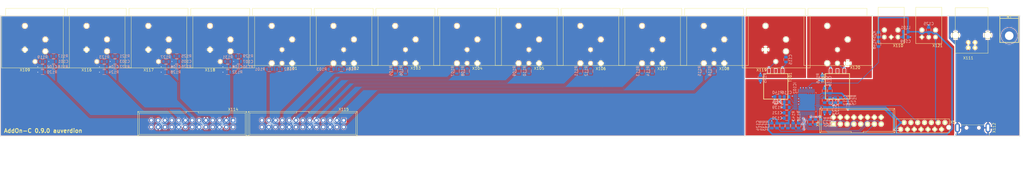
<source format=kicad_pcb>
(kicad_pcb (version 20171130) (host pcbnew "(5.1.0-0)")
  (layers (0 F.Cu signal) (31 B.Cu signal) (34 B.Paste user) (35 F.Paste user) (36 B.SilkS user) (37 F.SilkS user) (38 B.Mask user) (39 F.Mask user) (44 Edge.Cuts user))
  (net 0 "")
  (net 1 "Net-(R101-Pad2)")
  (net 2 "Net-(R102-Pad2)")
  (net 3 "Net-(R103-Pad2)")
  (net 4 "Net-(R104-Pad2)")
  (net 5 "Net-(R105-Pad2)")
  (net 6 "Net-(R106-Pad2)")
  (net 7 "Net-(R107-Pad2)")
  (net 8 "Net-(R108-Pad2)")
  (net 9 "Net-(R109-Pad2)")
  (net 10 "Net-(R110-Pad2)")
  (net 11 "Net-(R111-Pad2)")
  (net 12 "Net-(R112-Pad2)")
  (net 13 "Net-(R113-Pad2)")
  (net 14 "Net-(R114-Pad2)")
  (net 15 "Net-(R115-Pad2)")
  (net 16 "Net-(R116-Pad2)")
  (net 17 GND)
  (net 18 /AIN1+)
  (net 19 /AIN2+)
  (net 20 /AIN3+)
  (net 21 /AIN4+)
  (net 22 "Net-(C109-Pad1)")
  (net 23 +3V3)
  (net 24 /AOUT1+)
  (net 25 /AOUT1-)
  (net 26 /AOUT2+)
  (net 27 /AOUT2-)
  (net 28 /AOUT3+)
  (net 29 /AOUT3-)
  (net 30 /AOUT4+)
  (net 31 /AOUT4-)
  (net 32 /AOUT5+)
  (net 33 /AOUT5-)
  (net 34 /AOUT6+)
  (net 35 /AOUT6-)
  (net 36 /AOUT7+)
  (net 37 /AOUT7-)
  (net 38 /AOUT8+)
  (net 39 /AOUT8-)
  (net 40 /SCL)
  (net 41 /SDA)
  (net 42 /AIN4-)
  (net 43 /AIN3-)
  (net 44 /AIN2-)
  (net 45 /AIN1-)
  (net 46 "Net-(R117-Pad1)")
  (net 47 "Net-(R119-Pad1)")
  (net 48 "Net-(R121-Pad1)")
  (net 49 "Net-(R123-Pad1)")
  (net 50 "Net-(R125-Pad1)")
  (net 51 "Net-(R127-Pad1)")
  (net 52 "Net-(R129-Pad1)")
  (net 53 "Net-(R131-Pad1)")
  (net 54 "Net-(C114-Pad1)")
  (net 55 "Net-(C115-Pad2)")
  (net 56 "Net-(C115-Pad1)")
  (net 57 "Net-(C116-Pad2)")
  (net 58 "Net-(C116-Pad1)")
  (net 59 "Net-(C117-Pad2)")
  (net 60 "Net-(C117-Pad1)")
  (net 61 +5V)
  (net 62 "Net-(IC102-Pad35)")
  (net 63 "Net-(IC102-Pad26)")
  (net 64 "Net-(IC102-Pad25)")
  (net 65 "Net-(IC102-Pad24)")
  (net 66 "Net-(IC102-Pad39)")
  (net 67 "Net-(R141-Pad1)")
  (net 68 "Net-(T101-Pad2)")
  (net 69 "Net-(T102-Pad4)")
  (net 70 "Net-(T102-Pad3)")
  (net 71 /MCLK)
  (net 72 /LRCK:3)
  (net 73 /BCLK:3)
  (net 74 /MDO:3)
  (net 75 /MDI:3)
  (net 76 "Net-(IC102-Pad32)")
  (net 77 "Net-(C124-Pad1)")
  (net 78 "Net-(R145-Pad2)")
  (net 79 "Net-(R146-Pad2)")
  (net 80 "Net-(IC102-Pad15)")
  (net 81 "Net-(IC102-Pad7)")
  (net 82 "Net-(R148-Pad2)")
  (net 83 /OPTICAL_RX)
  (net 84 /SPDIF_TX)
  (net 85 /USB_SHIELD)
  (net 86 /D+)
  (net 87 "Net-(X111-Pad4)")
  (net 88 "Net-(X111-Pad1)")
  (net 89 /D-)
  (module Connector_USB:USB_A_CNCTech_1001-011-01101_Horizontal (layer F.Cu) (at 277.4 -41.2 270)
    (fp_text reference X112 (at -6.9 -8 270) (layer F.SilkS))
    (fp_text value USB_A)
    (pad "" np_thru_hole circle (at -6.9 2.3 270) (size 1.1 1.1) (drill 1.1) (layers *.Cu *.Mask))
    (pad "" np_thru_hole circle (at -6.9 -2.3 270) (size 1.1 1.1) (drill 1.1) (layers *.Cu *.Mask))
    (pad 5 thru_hole oval (at -6.9 5.7 270) (size 3.5 1.9) (drill oval 2.5 0.9) (layers *.Cu *.Mask) (net 85 /USB_SHIELD))
    (pad 5 thru_hole oval (at -6.9 -5.7 270) (size 3.5 1.9) (drill oval 2.5 0.9) (layers *.Cu *.Mask) (net 85 /USB_SHIELD))
    (pad 4 smd rect (at -9.65 3.5 270) (size 2.5 1.1) (layers F.Cu F.Paste F.Mask) (net 87 "Net-(X111-Pad4)"))
    (pad 1 smd rect (at -9.65 -3.5 270) (size 2.5 1.1) (layers F.Cu F.Paste F.Mask) (net 88 "Net-(X111-Pad1)"))
    (pad 3 smd rect (at -9.65 1 270) (size 2.5 1.1) (layers F.Cu F.Paste F.Mask) (net 86 /D+))
    (pad 2 smd rect (at -9.65 -1 270) (size 2.5 1.1) (layers F.Cu F.Paste F.Mask) (net 89 /D-))
  )
  (module rklib:USB_B (layer F.Cu) (at 275.73 -78 90)
    (fp_text reference X111 (at -3.81 0 180) (layer F.SilkS))
    (fp_text value USB_B)
    (pad 5 thru_hole circle (at 4.699 -4.72948) (size 2.70002 2.70002) (drill 2.30124) (layers *.Cu *.Mask F.SilkS) (net 85 /USB_SHIELD))
    (pad 5 thru_hole circle (at 4.699 7.26948) (size 2.70002 2.70002) (drill 2.30124) (layers *.Cu *.Mask F.SilkS) (net 85 /USB_SHIELD))
    (pad 3 thru_hole circle (at 1.99898 2.54) (size 1.524 1.524) (drill 0.8128) (layers *.Cu *.Mask F.SilkS) (net 86 /D+))
    (pad 4 thru_hole circle (at 1.99898 0) (size 1.524 1.524) (drill 0.8128) (layers *.Cu *.Mask F.SilkS) (net 87 "Net-(X111-Pad4)"))
    (pad 1 thru_hole circle (at 0 0) (size 1.524 1.524) (drill 0.8128) (layers *.Cu *.Mask F.SilkS) (net 88 "Net-(X111-Pad1)"))
    (pad 2 thru_hole circle (at 0 2.54) (size 1.524 1.524) (drill 0.8128) (layers *.Cu *.Mask F.SilkS) (net 89 /D-))
  )
  (module rklib:PLT133_T10W (layer F.Cu) (at 261 -82)
    (fp_text reference X121 (at 3.3 3.2) (layer F.SilkS))
    (fp_text value PLT133_T10W)
    (pad 5 thru_hole circle (at -2.54 -2.62) (size 1.6 1.6) (drill 1.1) (layers *.Cu *.Mask F.SilkS))
    (pad 4 thru_hole circle (at 2.54 -2.62) (size 1.6 1.6) (drill 1.1) (layers *.Cu *.Mask F.SilkS))
    (pad 3 thru_hole circle (at -2.54 0) (size 1.4 1.4) (drill 0.8) (layers *.Cu *.Mask F.SilkS) (net 17 GND))
    (pad 2 thru_hole circle (at 0 0) (size 1.4 1.4) (drill 0.8) (layers *.Cu *.Mask F.SilkS) (net 23 +3V3))
    (pad 1 thru_hole circle (at 2.54 0) (size 1.4 1.4) (drill 0.8) (layers *.Cu *.Mask F.SilkS) (net 84 /SPDIF_TX))
  )
  (module rklib:C0805-RES (layer B.Cu) (at 242.3 -79.4 90)
    (fp_text reference R148 (at 0 -1.6 90) (layer B.SilkS) (effects (justify mirror)))
    (fp_text value 470R)
    (pad 2 smd rect (at 0.9 0 90) (size 1 1.3) (layers B.Cu B.Paste B.Mask) (net 82 "Net-(R148-Pad2)"))
    (pad 1 smd rect (at -0.9 0 90) (size 1 1.3) (layers B.Cu B.Paste B.Mask) (net 81 "Net-(IC102-Pad7)"))
  )
  (module rklib:C0805-RES (layer B.Cu) (at 228.2 -58.4 90)
    (fp_text reference R147 (at 0.1 5.3 90) (layer B.SilkS) (effects (justify mirror)))
    (fp_text value 33R0)
    (pad 2 smd rect (at 0.9 0 90) (size 1 1.3) (layers B.Cu B.Paste B.Mask) (net 80 "Net-(IC102-Pad15)"))
    (pad 1 smd rect (at -0.9 0 90) (size 1 1.3) (layers B.Cu B.Paste B.Mask) (net 83 /OPTICAL_RX))
  )
  (module rklib:C0805-X7R (layer B.Cu) (at 261 -84.7 90)
    (fp_text reference C125 (at 2.3 0) (layer B.SilkS) (effects (justify mirror)))
    (fp_text value 100n)
    (pad 2 smd rect (at 0.9 0 90) (size 1 1.3) (layers B.Cu B.Paste B.Mask) (net 17 GND))
    (pad 1 smd rect (at -0.9 0 90) (size 1 1.3) (layers B.Cu B.Paste B.Mask) (net 23 +3V3))
  )
  (module rklib:C0805-RES (layer B.Cu) (at 221.3 -66.7 90)
    (fp_text reference R146 (at -0.1 -1.6 90) (layer B.SilkS) (effects (justify mirror)))
    (fp_text value RES_0R00_1%_0.125W_Thick_0805)
    (pad 2 smd rect (at 0.9 0 90) (size 1 1.3) (layers B.Cu B.Paste B.Mask) (net 79 "Net-(R146-Pad2)"))
    (pad 1 smd rect (at -0.9 0 90) (size 1 1.3) (layers B.Cu B.Paste B.Mask) (net 17 GND))
  )
  (module rklib:C0805-RES (layer B.Cu) (at 198.3 -66.7 90)
    (fp_text reference R145 (at 0 1.7 90) (layer B.SilkS) (effects (justify mirror)))
    (fp_text value RES_0R00_1%_0.125W_Thick_0805)
    (pad 2 smd rect (at 0.9 0 90) (size 1 1.3) (layers B.Cu B.Paste B.Mask) (net 78 "Net-(R145-Pad2)"))
    (pad 1 smd rect (at -0.9 0 90) (size 1 1.3) (layers B.Cu B.Paste B.Mask) (net 17 GND))
  )
  (module rklib:C0805-RES (layer B.Cu) (at 204.5 -48.9 90)
    (fp_text reference R144 (at 0 -6 90) (layer B.SilkS) (effects (justify mirror)))
    (fp_text value RES_10K0_1%_0.125W_Thick_0805)
    (pad 2 smd rect (at 0.9 0 90) (size 1 1.3) (layers B.Cu B.Paste B.Mask) (net 23 +3V3))
    (pad 1 smd rect (at -0.9 0 90) (size 1 1.3) (layers B.Cu B.Paste B.Mask) (net 77 "Net-(C124-Pad1)"))
  )
  (module rklib:C0805-X7R (layer B.Cu) (at 202.5 -48.9 90)
    (fp_text reference C124 (at 0 -5.2 90) (layer B.SilkS) (effects (justify mirror)))
    (fp_text value 100n)
    (pad 2 smd rect (at 0.9 0 90) (size 1 1.3) (layers B.Cu B.Paste B.Mask) (net 17 GND))
    (pad 1 smd rect (at -0.9 0 90) (size 1 1.3) (layers B.Cu B.Paste B.Mask) (net 77 "Net-(C124-Pad1)"))
  )
  (module rklib:C0805-RES (layer B.Cu) (at 210.5 -48.9 270)
    (fp_text reference R143 (at -3.6 -0.1 270) (layer B.SilkS) (effects (justify mirror)))
    (fp_text value RES_0R00_1%_0.125W_Thick_0805)
    (pad 2 smd rect (at 0.9 0 270) (size 1 1.3) (layers B.Cu B.Paste B.Mask) (net 76 "Net-(IC102-Pad32)"))
    (pad 1 smd rect (at -0.9 0 270) (size 1 1.3) (layers B.Cu B.Paste B.Mask) (net 17 GND))
  )
  (module rklib:C0805-RES (layer B.Cu) (at 212.5 -48.9 270)
    (fp_text reference R138 (at -3.6 -0.1 270) (layer B.SilkS) (effects (justify mirror)))
    (fp_text value RES_0R00_1%_0.125W_Thick_0805)
    (pad 2 smd rect (at 0.9 0 270) (size 1 1.3) (layers B.Cu B.Paste B.Mask) (net 62 "Net-(IC102-Pad35)"))
    (pad 1 smd rect (at -0.9 0 270) (size 1 1.3) (layers B.Cu B.Paste B.Mask) (net 17 GND))
  )
  (module rklib:C0805-RES (layer B.Cu) (at 208.5 -48.9 90)
    (fp_text reference R134 (at 0 -7.6 90) (layer B.SilkS) (effects (justify mirror)))
    (fp_text value RES_DNP)
    (pad 2 smd rect (at 0.9 0 90) (size 1 1.3) (layers B.Cu B.Paste B.Mask) (net 23 +3V3))
    (pad 1 smd rect (at -0.9 0 90) (size 1 1.3) (layers B.Cu B.Paste B.Mask) (net 76 "Net-(IC102-Pad32)"))
  )
  (module rklib:C0805-RES (layer B.Cu) (at 206.5 -48.9 90)
    (fp_text reference R133 (at 0 -6.8 90) (layer B.SilkS) (effects (justify mirror)))
    (fp_text value RES_DNP)
    (pad 2 smd rect (at 0.9 0 90) (size 1 1.3) (layers B.Cu B.Paste B.Mask) (net 23 +3V3))
    (pad 1 smd rect (at -0.9 0 90) (size 1 1.3) (layers B.Cu B.Paste B.Mask) (net 62 "Net-(IC102-Pad35)"))
  )
  (module Package_QFP:LQFP-48_7x7mm_P0.5mm (layer B.Cu) (at 215.5 -57.7 270)
    (fp_text reference IC102 (at -5.3 4.4 270) (layer B.SilkS) (effects (justify mirror)))
    (fp_text value AK4118AEQ)
    (pad 48 smd roundrect (at -2.75 4.1625 270) (size 0.3 1.475) (layers B.Cu B.Paste B.Mask))
    (pad 47 smd roundrect (at -2.25 4.1625 270) (size 0.3 1.475) (layers B.Cu B.Paste B.Mask) (net 17 GND))
    (pad 46 smd roundrect (at -1.75 4.1625 270) (size 0.3 1.475) (layers B.Cu B.Paste B.Mask))
    (pad 45 smd roundrect (at -1.25 4.1625 270) (size 0.3 1.475) (layers B.Cu B.Paste B.Mask) (net 17 GND))
    (pad 44 smd roundrect (at -0.75 4.1625 270) (size 0.3 1.475) (layers B.Cu B.Paste B.Mask))
    (pad 43 smd roundrect (at -0.25 4.1625 270) (size 0.3 1.475) (layers B.Cu B.Paste B.Mask) (net 17 GND))
    (pad 42 smd roundrect (at 0.25 4.1625 270) (size 0.3 1.475) (layers B.Cu B.Paste B.Mask) (net 58 "Net-(C116-Pad1)"))
    (pad 41 smd roundrect (at 0.75 4.1625 270) (size 0.3 1.475) (layers B.Cu B.Paste B.Mask) (net 17 GND))
    (pad 40 smd roundrect (at 1.25 4.1625 270) (size 0.3 1.475) (layers B.Cu B.Paste B.Mask) (net 54 "Net-(C114-Pad1)"))
    (pad 39 smd roundrect (at 1.75 4.1625 270) (size 0.3 1.475) (layers B.Cu B.Paste B.Mask) (net 66 "Net-(IC102-Pad39)"))
    (pad 38 smd roundrect (at 2.25 4.1625 270) (size 0.3 1.475) (layers B.Cu B.Paste B.Mask) (net 23 +3V3))
    (pad 37 smd roundrect (at 2.75 4.1625 270) (size 0.3 1.475) (layers B.Cu B.Paste B.Mask))
    (pad 36 smd roundrect (at 4.1625 2.75 270) (size 1.475 0.3) (layers B.Cu B.Paste B.Mask))
    (pad 35 smd roundrect (at 4.1625 2.25 270) (size 1.475 0.3) (layers B.Cu B.Paste B.Mask) (net 62 "Net-(IC102-Pad35)"))
    (pad 34 smd roundrect (at 4.1625 1.75 270) (size 1.475 0.3) (layers B.Cu B.Paste B.Mask) (net 40 /SCL))
    (pad 33 smd roundrect (at 4.1625 1.25 270) (size 1.475 0.3) (layers B.Cu B.Paste B.Mask) (net 41 /SDA))
    (pad 32 smd roundrect (at 4.1625 0.75 270) (size 1.475 0.3) (layers B.Cu B.Paste B.Mask) (net 76 "Net-(IC102-Pad32)"))
    (pad 31 smd roundrect (at 4.1625 0.25 270) (size 1.475 0.3) (layers B.Cu B.Paste B.Mask) (net 77 "Net-(C124-Pad1)"))
    (pad 30 smd roundrect (at 4.1625 -0.25 270) (size 1.475 0.3) (layers B.Cu B.Paste B.Mask) (net 71 /MCLK))
    (pad 29 smd roundrect (at 4.1625 -0.75 270) (size 1.475 0.3) (layers B.Cu B.Paste B.Mask))
    (pad 28 smd roundrect (at 4.1625 -1.25 270) (size 1.475 0.3) (layers B.Cu B.Paste B.Mask) (net 74 /MDO:3))
    (pad 27 smd roundrect (at 4.1625 -1.75 270) (size 1.475 0.3) (layers B.Cu B.Paste B.Mask))
    (pad 26 smd roundrect (at 4.1625 -2.25 270) (size 1.475 0.3) (layers B.Cu B.Paste B.Mask) (net 63 "Net-(IC102-Pad26)"))
    (pad 25 smd roundrect (at 4.1625 -2.75 270) (size 1.475 0.3) (layers B.Cu B.Paste B.Mask) (net 64 "Net-(IC102-Pad25)"))
    (pad 24 smd roundrect (at 2.75 -4.1625 270) (size 0.3 1.475) (layers B.Cu B.Paste B.Mask) (net 65 "Net-(IC102-Pad24)"))
    (pad 23 smd roundrect (at 2.25 -4.1625 270) (size 0.3 1.475) (layers B.Cu B.Paste B.Mask))
    (pad 22 smd roundrect (at 1.75 -4.1625 270) (size 0.3 1.475) (layers B.Cu B.Paste B.Mask) (net 17 GND))
    (pad 21 smd roundrect (at 1.25 -4.1625 270) (size 0.3 1.475) (layers B.Cu B.Paste B.Mask) (net 23 +3V3))
    (pad 20 smd roundrect (at 0.75 -4.1625 270) (size 0.3 1.475) (layers B.Cu B.Paste B.Mask))
    (pad 19 smd roundrect (at 0.25 -4.1625 270) (size 0.3 1.475) (layers B.Cu B.Paste B.Mask))
    (pad 18 smd roundrect (at -0.25 -4.1625 270) (size 0.3 1.475) (layers B.Cu B.Paste B.Mask))
    (pad 17 smd roundrect (at -0.75 -4.1625 270) (size 0.3 1.475) (layers B.Cu B.Paste B.Mask))
    (pad 16 smd roundrect (at -1.25 -4.1625 270) (size 0.3 1.475) (layers B.Cu B.Paste B.Mask) (net 59 "Net-(C117-Pad2)"))
    (pad 15 smd roundrect (at -1.75 -4.1625 270) (size 0.3 1.475) (layers B.Cu B.Paste B.Mask) (net 80 "Net-(IC102-Pad15)"))
    (pad 14 smd roundrect (at -2.25 -4.1625 270) (size 0.3 1.475) (layers B.Cu B.Paste B.Mask))
    (pad 13 smd roundrect (at -2.75 -4.1625 270) (size 0.3 1.475) (layers B.Cu B.Paste B.Mask) (net 61 +5V))
    (pad 12 smd roundrect (at -4.1625 -2.75 270) (size 1.475 0.3) (layers B.Cu B.Paste B.Mask))
    (pad 11 smd roundrect (at -4.1625 -2.25 270) (size 1.475 0.3) (layers B.Cu B.Paste B.Mask) (net 23 +3V3))
    (pad 10 smd roundrect (at -4.1625 -1.75 270) (size 1.475 0.3) (layers B.Cu B.Paste B.Mask) (net 17 GND))
    (pad 9 smd roundrect (at -4.1625 -1.25 270) (size 1.475 0.3) (layers B.Cu B.Paste B.Mask) (net 17 GND))
    (pad 8 smd roundrect (at -4.1625 -0.75 270) (size 1.475 0.3) (layers B.Cu B.Paste B.Mask) (net 23 +3V3))
    (pad 7 smd roundrect (at -4.1625 -0.25 270) (size 1.475 0.3) (layers B.Cu B.Paste B.Mask) (net 81 "Net-(IC102-Pad7)"))
    (pad 6 smd roundrect (at -4.1625 0.25 270) (size 1.475 0.3) (layers B.Cu B.Paste B.Mask) (net 17 GND))
    (pad 5 smd roundrect (at -4.1625 0.75 270) (size 1.475 0.3) (layers B.Cu B.Paste B.Mask))
    (pad 4 smd roundrect (at -4.1625 1.25 270) (size 1.475 0.3) (layers B.Cu B.Paste B.Mask) (net 17 GND))
    (pad 3 smd roundrect (at -4.1625 1.75 270) (size 1.475 0.3) (layers B.Cu B.Paste B.Mask))
    (pad 2 smd roundrect (at -4.1625 2.25 270) (size 1.475 0.3) (layers B.Cu B.Paste B.Mask) (net 17 GND))
    (pad 1 smd roundrect (at -4.1625 2.75 270) (size 1.475 0.3) (layers B.Cu B.Paste B.Mask))
  )
  (module rklib:NC3MAH (layer F.Cu) (at 227 -90)
    (fp_text reference X120 (at 6.6 19.4) (layer F.SilkS))
    (fp_text value NC3MAH)
    (pad 4 thru_hole circle (at 0 12.7) (size 1.6 1.6) (drill 1.2) (layers *.Cu *.Mask F.SilkS))
    (pad 5 thru_hole circle (at -3.81 3.81) (size 2 2) (drill 1.6) (layers *.Cu *.Mask F.SilkS))
    (pad 4 thru_hole circle (at 3.81 8.89) (size 2 2) (drill 1.6) (layers *.Cu *.Mask F.SilkS))
    (pad 3 thru_hole circle (at 0 17.78) (size 1.6 1.6) (drill 1.2) (layers *.Cu *.Mask F.SilkS) (net 70 "Net-(T102-Pad3)"))
    (pad 1 thru_hole circle (at 3.81 17.78) (size 2 2) (drill 1.6) (layers *.Cu *.Mask F.SilkS) (net 79 "Net-(R146-Pad2)"))
    (pad 2 thru_hole circle (at -3.81 17.78) (size 2 2) (drill 1.6) (layers *.Cu *.Mask F.SilkS) (net 69 "Net-(T102-Pad4)"))
  )
  (module rklib:NC3FAH (layer F.Cu) (at 204 -90)
    (fp_text reference X119 (at -5.3 20.3) (layer F.SilkS))
    (fp_text value XLR3)
    (pad 5 thru_hole circle (at -3.81 3.81) (size 2 2) (drill 1.6) (layers *.Cu *.Mask F.SilkS))
    (pad 4 thru_hole circle (at 3.81 8.89) (size 2 2) (drill 1.6) (layers *.Cu *.Mask F.SilkS))
    (pad 3 thru_hole circle (at 0 17.15) (size 1.6 1.6) (drill 1.2) (layers *.Cu *.Mask F.SilkS) (net 68 "Net-(T101-Pad2)"))
    (pad 2 thru_hole circle (at 3.81 13.335) (size 2 2) (drill 1.6) (layers *.Cu *.Mask F.SilkS) (net 55 "Net-(C115-Pad2)"))
    (pad 1 thru_hole circle (at -3.81 12.7) (size 2 2) (drill 1.6) (layers *.Cu *.Mask F.SilkS) (net 78 "Net-(R145-Pad2)"))
  )
  (module rklib:DA102MC (layer F.Cu) (at 227 -63.6 90)
    (fp_text reference T102 (at 3.1 -5.3 90) (layer F.SilkS))
    (fp_text value DA102)
    (pad 4 smd rect (at 5.75 -2.54 90) (size 1.6 1) (layers F.Cu F.Paste F.Mask) (net 69 "Net-(T102-Pad4)"))
    (pad 6 smd rect (at 5.75 0 90) (size 1.6 1) (layers F.Cu F.Paste F.Mask))
    (pad 3 smd rect (at 5.75 2.54 90) (size 1.6 1) (layers F.Cu F.Paste F.Mask) (net 70 "Net-(T102-Pad3)"))
    (pad 2 smd rect (at -5.75 2.54 90) (size 1.6 1) (layers F.Cu F.Paste F.Mask) (net 17 GND))
    (pad 5 smd rect (at -5.75 0 90) (size 1.6 1) (layers F.Cu F.Paste F.Mask))
    (pad 1 smd rect (at -5.75 -2.54 90) (size 1.6 1) (layers F.Cu F.Paste F.Mask) (net 67 "Net-(R141-Pad1)"))
  )
  (module rklib:DA102MC (layer F.Cu) (at 204 -63.6 270)
    (fp_text reference T101 (at -3.4 -5.4 270) (layer F.SilkS))
    (fp_text value DA102)
    (pad 4 smd rect (at 5.75 -2.54 270) (size 1.6 1) (layers F.Cu F.Paste F.Mask) (net 57 "Net-(C116-Pad2)"))
    (pad 6 smd rect (at 5.75 0 270) (size 1.6 1) (layers F.Cu F.Paste F.Mask))
    (pad 3 smd rect (at 5.75 2.54 270) (size 1.6 1) (layers F.Cu F.Paste F.Mask) (net 17 GND))
    (pad 2 smd rect (at -5.75 2.54 270) (size 1.6 1) (layers F.Cu F.Paste F.Mask) (net 68 "Net-(T101-Pad2)"))
    (pad 5 smd rect (at -5.75 0 270) (size 1.6 1) (layers F.Cu F.Paste F.Mask))
    (pad 1 smd rect (at -5.75 -2.54 270) (size 1.6 1) (layers F.Cu F.Paste F.Mask) (net 56 "Net-(C115-Pad1)"))
  )
  (module rklib:C0805-RES (layer B.Cu) (at 226.2 -58.4 90)
    (fp_text reference R142 (at 0.1 6.1 90) (layer B.SilkS) (effects (justify mirror)))
    (fp_text value 150R)
    (pad 2 smd rect (at 0.9 0 90) (size 1 1.3) (layers B.Cu B.Paste B.Mask) (net 17 GND))
    (pad 1 smd rect (at -0.9 0 90) (size 1 1.3) (layers B.Cu B.Paste B.Mask) (net 67 "Net-(R141-Pad1)"))
  )
  (module rklib:C0805-RES (layer B.Cu) (at 224.2 -58.4 90)
    (fp_text reference R141 (at 0.1 6.9 90) (layer B.SilkS) (effects (justify mirror)))
    (fp_text value 240R)
    (pad 2 smd rect (at 0.9 0 90) (size 1 1.3) (layers B.Cu B.Paste B.Mask) (net 60 "Net-(C117-Pad1)"))
    (pad 1 smd rect (at -0.9 0 90) (size 1 1.3) (layers B.Cu B.Paste B.Mask) (net 67 "Net-(R141-Pad1)"))
  )
  (module rklib:C0805-RES (layer B.Cu) (at 204.6 -59.7 180)
    (fp_text reference R140 (at 0 1.6 180) (layer B.SilkS) (effects (justify mirror)))
    (fp_text value 110R)
    (pad 2 smd rect (at 0.9 0 180) (size 1 1.3) (layers B.Cu B.Paste B.Mask) (net 17 GND))
    (pad 1 smd rect (at -0.9 0 180) (size 1 1.3) (layers B.Cu B.Paste B.Mask) (net 57 "Net-(C116-Pad2)"))
  )
  (module rklib:C0805-RES (layer B.Cu) (at 208.1 -55.7 180)
    (fp_text reference R139 (at 3.5 0 180) (layer B.SilkS) (effects (justify mirror)))
    (fp_text value 10K0)
    (pad 2 smd rect (at 0.9 0 180) (size 1 1.3) (layers B.Cu B.Paste B.Mask) (net 17 GND))
    (pad 1 smd rect (at -0.9 0 180) (size 1 1.3) (layers B.Cu B.Paste B.Mask) (net 66 "Net-(IC102-Pad39)"))
  )
  (module rklib:C0805-RES (layer B.Cu) (at 220.8 -50.3 90)
    (fp_text reference R137 (at 0 4.1 90) (layer B.SilkS) (effects (justify mirror)))
    (fp_text value 33R0)
    (pad 2 smd rect (at 0.9 0 90) (size 1 1.3) (layers B.Cu B.Paste B.Mask) (net 65 "Net-(IC102-Pad24)"))
    (pad 1 smd rect (at -0.9 0 90) (size 1 1.3) (layers B.Cu B.Paste B.Mask) (net 72 /LRCK:3))
  )
  (module rklib:C0805-RES (layer B.Cu) (at 218.8 -50.3 90)
    (fp_text reference R136 (at 0 4.9 90) (layer B.SilkS) (effects (justify mirror)))
    (fp_text value 33R0)
    (pad 2 smd rect (at 0.9 0 90) (size 1 1.3) (layers B.Cu B.Paste B.Mask) (net 64 "Net-(IC102-Pad25)"))
    (pad 1 smd rect (at -0.9 0 90) (size 1 1.3) (layers B.Cu B.Paste B.Mask) (net 75 /MDI:3))
  )
  (module rklib:C0805-RES (layer B.Cu) (at 216.8 -50.3 270)
    (fp_text reference R135 (at 0 -5.7 270) (layer B.SilkS) (effects (justify mirror)))
    (fp_text value 33R0)
    (pad 2 smd rect (at 0.9 0 270) (size 1 1.3) (layers B.Cu B.Paste B.Mask) (net 73 /BCLK:3))
    (pad 1 smd rect (at -0.9 0 270) (size 1 1.3) (layers B.Cu B.Paste B.Mask) (net 63 "Net-(IC102-Pad26)"))
  )
  (module rklib:C0805-X7R (layer B.Cu) (at 222.2 -54.9 270)
    (fp_text reference C123 (at 0 -3.6 270) (layer B.SilkS) (effects (justify mirror)))
    (fp_text value 100n)
    (pad 2 smd rect (at 0.9 0 270) (size 1 1.3) (layers B.Cu B.Paste B.Mask) (net 17 GND))
    (pad 1 smd rect (at -0.9 0 270) (size 1 1.3) (layers B.Cu B.Paste B.Mask) (net 23 +3V3))
  )
  (module rklib:C0805-X7R (layer B.Cu) (at 224.2 -54.9 270)
    (fp_text reference C122 (at 0 -2.8 270) (layer B.SilkS) (effects (justify mirror)))
    (fp_text value 10u0)
    (pad 2 smd rect (at 0.9 0 270) (size 1 1.3) (layers B.Cu B.Paste B.Mask) (net 17 GND))
    (pad 1 smd rect (at -0.9 0 270) (size 1 1.3) (layers B.Cu B.Paste B.Mask) (net 23 +3V3))
  )
  (module rklib:C0805-X7R (layer B.Cu) (at 208.1 -53.7 180)
    (fp_text reference C121 (at 3.6 0 180) (layer B.SilkS) (effects (justify mirror)))
    (fp_text value 100n)
    (pad 2 smd rect (at 0.9 0 180) (size 1 1.3) (layers B.Cu B.Paste B.Mask) (net 17 GND))
    (pad 1 smd rect (at -0.9 0 180) (size 1 1.3) (layers B.Cu B.Paste B.Mask) (net 23 +3V3))
  )
  (module rklib:C0805-X7R (layer B.Cu) (at 208.1 -51.7 180)
    (fp_text reference C120 (at 3.6 0 180) (layer B.SilkS) (effects (justify mirror)))
    (fp_text value 10u0)
    (pad 2 smd rect (at 0.9 0 180) (size 1 1.3) (layers B.Cu B.Paste B.Mask) (net 17 GND))
    (pad 1 smd rect (at -0.9 0 180) (size 1 1.3) (layers B.Cu B.Paste B.Mask) (net 23 +3V3))
  )
  (module rklib:C0805-X7R (layer B.Cu) (at 222.2 -61.9 90)
    (fp_text reference C119 (at 3.7 0.7 90) (layer B.SilkS) (effects (justify mirror)))
    (fp_text value 100n)
    (pad 2 smd rect (at 0.9 0 90) (size 1 1.3) (layers B.Cu B.Paste B.Mask) (net 17 GND))
    (pad 1 smd rect (at -0.9 0 90) (size 1 1.3) (layers B.Cu B.Paste B.Mask) (net 61 +5V))
  )
  (module rklib:C0805-X7R (layer B.Cu) (at 224.2 -61.9 90)
    (fp_text reference C118 (at 3.7 0 90) (layer B.SilkS) (effects (justify mirror)))
    (fp_text value 10u0)
    (pad 2 smd rect (at 0.9 0 90) (size 1 1.3) (layers B.Cu B.Paste B.Mask) (net 17 GND))
    (pad 1 smd rect (at -0.9 0 90) (size 1 1.3) (layers B.Cu B.Paste B.Mask) (net 61 +5V))
  )
  (module rklib:C0805-X7R (layer B.Cu) (at 222.2 -58.4 90)
    (fp_text reference C117 (at 0.1 7.7 90) (layer B.SilkS) (effects (justify mirror)))
    (fp_text value 100n)
    (pad 2 smd rect (at 0.9 0 90) (size 1 1.3) (layers B.Cu B.Paste B.Mask) (net 59 "Net-(C117-Pad2)"))
    (pad 1 smd rect (at -0.9 0 90) (size 1 1.3) (layers B.Cu B.Paste B.Mask) (net 60 "Net-(C117-Pad1)"))
  )
  (module rklib:C0805-X7R (layer B.Cu) (at 208.1 -59.7 180)
    (fp_text reference C116 (at 0 1.6 180) (layer B.SilkS) (effects (justify mirror)))
    (fp_text value 100n)
    (pad 2 smd rect (at 0.9 0 180) (size 1 1.3) (layers B.Cu B.Paste B.Mask) (net 57 "Net-(C116-Pad2)"))
    (pad 1 smd rect (at -0.9 0 180) (size 1 1.3) (layers B.Cu B.Paste B.Mask) (net 58 "Net-(C116-Pad1)"))
  )
  (module rklib:C0805-X7R (layer B.Cu) (at 207.8 -73.6 90)
    (fp_text reference C115 (at 0 1.7 90) (layer B.SilkS) (effects (justify mirror)))
    (fp_text value 100n)
    (pad 2 smd rect (at 0.9 0 90) (size 1 1.3) (layers B.Cu B.Paste B.Mask) (net 55 "Net-(C115-Pad2)"))
    (pad 1 smd rect (at -0.9 0 90) (size 1 1.3) (layers B.Cu B.Paste B.Mask) (net 56 "Net-(C115-Pad1)"))
  )
  (module rklib:C0805-X7R (layer B.Cu) (at 208.1 -57.7 180)
    (fp_text reference C114 (at 3.6 0 180) (layer B.SilkS) (effects (justify mirror)))
    (fp_text value 470n)
    (pad 2 smd rect (at 0.9 0 180) (size 1 1.3) (layers B.Cu B.Paste B.Mask) (net 17 GND))
    (pad 1 smd rect (at -0.9 0 180) (size 1 1.3) (layers B.Cu B.Paste B.Mask) (net 54 "Net-(C114-Pad1)"))
  )
  (module rklib:NC3FAH (layer F.Cu) (at -3 -90)
    (fp_text reference X118 (at -3.8 20.3) (layer F.SilkS))
    (fp_text value XLR3)
    (pad 5 thru_hole circle (at -3.81 3.81) (size 2 2) (drill 1.6) (layers *.Cu *.Mask F.SilkS))
    (pad 4 thru_hole circle (at 3.81 8.89) (size 2 2) (drill 1.6) (layers *.Cu *.Mask F.SilkS))
    (pad 3 thru_hole circle (at 0 17.15) (size 1.6 1.6) (drill 1.2) (layers *.Cu *.Mask F.SilkS) (net 53 "Net-(R131-Pad1)"))
    (pad 2 thru_hole circle (at 3.81 13.335) (size 2 2) (drill 1.6) (layers *.Cu *.Mask F.SilkS) (net 52 "Net-(R129-Pad1)"))
    (pad 1 thru_hole circle (at -3.81 12.7) (size 2 2) (drill 1.6) (layers *.Cu *.Mask F.SilkS) (net 17 GND))
  )
  (module rklib:NC3FAH (layer F.Cu) (at -26 -90)
    (fp_text reference X117 (at -3.7 20.3) (layer F.SilkS))
    (fp_text value XLR3)
    (pad 5 thru_hole circle (at -3.81 3.81) (size 2 2) (drill 1.6) (layers *.Cu *.Mask F.SilkS))
    (pad 4 thru_hole circle (at 3.81 8.89) (size 2 2) (drill 1.6) (layers *.Cu *.Mask F.SilkS))
    (pad 3 thru_hole circle (at 0 17.15) (size 1.6 1.6) (drill 1.2) (layers *.Cu *.Mask F.SilkS) (net 51 "Net-(R127-Pad1)"))
    (pad 2 thru_hole circle (at 3.81 13.335) (size 2 2) (drill 1.6) (layers *.Cu *.Mask F.SilkS) (net 50 "Net-(R125-Pad1)"))
    (pad 1 thru_hole circle (at -3.81 12.7) (size 2 2) (drill 1.6) (layers *.Cu *.Mask F.SilkS) (net 17 GND))
  )
  (module rklib:NC3FAH (layer F.Cu) (at -49 -90)
    (fp_text reference X116 (at -3.8 20.3) (layer F.SilkS))
    (fp_text value XLR3)
    (pad 5 thru_hole circle (at -3.81 3.81) (size 2 2) (drill 1.6) (layers *.Cu *.Mask F.SilkS))
    (pad 4 thru_hole circle (at 3.81 8.89) (size 2 2) (drill 1.6) (layers *.Cu *.Mask F.SilkS))
    (pad 3 thru_hole circle (at 0 17.15) (size 1.6 1.6) (drill 1.2) (layers *.Cu *.Mask F.SilkS) (net 49 "Net-(R123-Pad1)"))
    (pad 2 thru_hole circle (at 3.81 13.335) (size 2 2) (drill 1.6) (layers *.Cu *.Mask F.SilkS) (net 48 "Net-(R121-Pad1)"))
    (pad 1 thru_hole circle (at -3.81 12.7) (size 2 2) (drill 1.6) (layers *.Cu *.Mask F.SilkS) (net 17 GND))
  )
  (module rklib:NC3FAH (layer F.Cu) (at -72 -90)
    (fp_text reference X109 (at -3.8 20.3) (layer F.SilkS))
    (fp_text value XLR3)
    (pad 5 thru_hole circle (at -3.81 3.81) (size 2 2) (drill 1.6) (layers *.Cu *.Mask F.SilkS))
    (pad 4 thru_hole circle (at 3.81 8.89) (size 2 2) (drill 1.6) (layers *.Cu *.Mask F.SilkS))
    (pad 3 thru_hole circle (at 0 17.15) (size 1.6 1.6) (drill 1.2) (layers *.Cu *.Mask F.SilkS) (net 47 "Net-(R119-Pad1)"))
    (pad 2 thru_hole circle (at 3.81 13.335) (size 2 2) (drill 1.6) (layers *.Cu *.Mask F.SilkS) (net 46 "Net-(R117-Pad1)"))
    (pad 1 thru_hole circle (at -3.81 12.7) (size 2 2) (drill 1.6) (layers *.Cu *.Mask F.SilkS) (net 17 GND))
  )
  (module rklib:NC3MAH (layer F.Cu) (at 181 -90)
    (fp_text reference X108 (at 3.8 19.8) (layer F.SilkS))
    (fp_text value XLR3)
    (pad 4 thru_hole circle (at 0 12.7) (size 1.6 1.6) (drill 1.2) (layers *.Cu *.Mask F.SilkS))
    (pad 5 thru_hole circle (at -3.81 3.81) (size 2 2) (drill 1.6) (layers *.Cu *.Mask F.SilkS))
    (pad 4 thru_hole circle (at 3.81 8.89) (size 2 2) (drill 1.6) (layers *.Cu *.Mask F.SilkS))
    (pad 3 thru_hole circle (at 0 17.78) (size 1.6 1.6) (drill 1.2) (layers *.Cu *.Mask F.SilkS) (net 16 "Net-(R116-Pad2)"))
    (pad 1 thru_hole circle (at 3.81 17.78) (size 2 2) (drill 1.6) (layers *.Cu *.Mask F.SilkS) (net 17 GND))
    (pad 2 thru_hole circle (at -3.81 17.78) (size 2 2) (drill 1.6) (layers *.Cu *.Mask F.SilkS) (net 15 "Net-(R115-Pad2)"))
  )
  (module rklib:NC3MAH (layer F.Cu) (at 158 -90)
    (fp_text reference X107 (at 3.8 19.8) (layer F.SilkS))
    (fp_text value XLR3)
    (pad 4 thru_hole circle (at 0 12.7) (size 1.6 1.6) (drill 1.2) (layers *.Cu *.Mask F.SilkS))
    (pad 5 thru_hole circle (at -3.81 3.81) (size 2 2) (drill 1.6) (layers *.Cu *.Mask F.SilkS))
    (pad 4 thru_hole circle (at 3.81 8.89) (size 2 2) (drill 1.6) (layers *.Cu *.Mask F.SilkS))
    (pad 3 thru_hole circle (at 0 17.78) (size 1.6 1.6) (drill 1.2) (layers *.Cu *.Mask F.SilkS) (net 14 "Net-(R114-Pad2)"))
    (pad 1 thru_hole circle (at 3.81 17.78) (size 2 2) (drill 1.6) (layers *.Cu *.Mask F.SilkS) (net 17 GND))
    (pad 2 thru_hole circle (at -3.81 17.78) (size 2 2) (drill 1.6) (layers *.Cu *.Mask F.SilkS) (net 13 "Net-(R113-Pad2)"))
  )
  (module rklib:NC3MAH (layer F.Cu) (at 135 -90)
    (fp_text reference X106 (at 3.8 19.8) (layer F.SilkS))
    (fp_text value XLR3)
    (pad 4 thru_hole circle (at 0 12.7) (size 1.6 1.6) (drill 1.2) (layers *.Cu *.Mask F.SilkS))
    (pad 5 thru_hole circle (at -3.81 3.81) (size 2 2) (drill 1.6) (layers *.Cu *.Mask F.SilkS))
    (pad 4 thru_hole circle (at 3.81 8.89) (size 2 2) (drill 1.6) (layers *.Cu *.Mask F.SilkS))
    (pad 3 thru_hole circle (at 0 17.78) (size 1.6 1.6) (drill 1.2) (layers *.Cu *.Mask F.SilkS) (net 12 "Net-(R112-Pad2)"))
    (pad 1 thru_hole circle (at 3.81 17.78) (size 2 2) (drill 1.6) (layers *.Cu *.Mask F.SilkS) (net 17 GND))
    (pad 2 thru_hole circle (at -3.81 17.78) (size 2 2) (drill 1.6) (layers *.Cu *.Mask F.SilkS) (net 11 "Net-(R111-Pad2)"))
  )
  (module rklib:NC3MAH (layer F.Cu) (at 112 -90)
    (fp_text reference X105 (at 3.8 19.7) (layer F.SilkS))
    (fp_text value XLR3)
    (pad 4 thru_hole circle (at 0 12.7) (size 1.6 1.6) (drill 1.2) (layers *.Cu *.Mask F.SilkS))
    (pad 5 thru_hole circle (at -3.81 3.81) (size 2 2) (drill 1.6) (layers *.Cu *.Mask F.SilkS))
    (pad 4 thru_hole circle (at 3.81 8.89) (size 2 2) (drill 1.6) (layers *.Cu *.Mask F.SilkS))
    (pad 3 thru_hole circle (at 0 17.78) (size 1.6 1.6) (drill 1.2) (layers *.Cu *.Mask F.SilkS) (net 10 "Net-(R110-Pad2)"))
    (pad 1 thru_hole circle (at 3.81 17.78) (size 2 2) (drill 1.6) (layers *.Cu *.Mask F.SilkS) (net 17 GND))
    (pad 2 thru_hole circle (at -3.81 17.78) (size 2 2) (drill 1.6) (layers *.Cu *.Mask F.SilkS) (net 9 "Net-(R109-Pad2)"))
  )
  (module rklib:NC3MAH (layer F.Cu) (at 89 -90)
    (fp_text reference X104 (at 3.8 19.7) (layer F.SilkS))
    (fp_text value XLR3)
    (pad 4 thru_hole circle (at 0 12.7) (size 1.6 1.6) (drill 1.2) (layers *.Cu *.Mask F.SilkS))
    (pad 5 thru_hole circle (at -3.81 3.81) (size 2 2) (drill 1.6) (layers *.Cu *.Mask F.SilkS))
    (pad 4 thru_hole circle (at 3.81 8.89) (size 2 2) (drill 1.6) (layers *.Cu *.Mask F.SilkS))
    (pad 3 thru_hole circle (at 0 17.78) (size 1.6 1.6) (drill 1.2) (layers *.Cu *.Mask F.SilkS) (net 8 "Net-(R108-Pad2)"))
    (pad 1 thru_hole circle (at 3.81 17.78) (size 2 2) (drill 1.6) (layers *.Cu *.Mask F.SilkS) (net 17 GND))
    (pad 2 thru_hole circle (at -3.81 17.78) (size 2 2) (drill 1.6) (layers *.Cu *.Mask F.SilkS) (net 7 "Net-(R107-Pad2)"))
  )
  (module rklib:NC3MAH (layer F.Cu) (at 66 -90)
    (fp_text reference X103 (at 3.8 19.6) (layer F.SilkS))
    (fp_text value XLR3)
    (pad 4 thru_hole circle (at 0 12.7) (size 1.6 1.6) (drill 1.2) (layers *.Cu *.Mask F.SilkS))
    (pad 5 thru_hole circle (at -3.81 3.81) (size 2 2) (drill 1.6) (layers *.Cu *.Mask F.SilkS))
    (pad 4 thru_hole circle (at 3.81 8.89) (size 2 2) (drill 1.6) (layers *.Cu *.Mask F.SilkS))
    (pad 3 thru_hole circle (at 0 17.78) (size 1.6 1.6) (drill 1.2) (layers *.Cu *.Mask F.SilkS) (net 6 "Net-(R106-Pad2)"))
    (pad 1 thru_hole circle (at 3.81 17.78) (size 2 2) (drill 1.6) (layers *.Cu *.Mask F.SilkS) (net 17 GND))
    (pad 2 thru_hole circle (at -3.81 17.78) (size 2 2) (drill 1.6) (layers *.Cu *.Mask F.SilkS) (net 5 "Net-(R105-Pad2)"))
  )
  (module rklib:NC3MAH (layer F.Cu) (at 43 -90)
    (fp_text reference X102 (at 3.8 19.7) (layer F.SilkS))
    (fp_text value XLR3)
    (pad 4 thru_hole circle (at 0 12.7) (size 1.6 1.6) (drill 1.2) (layers *.Cu *.Mask F.SilkS))
    (pad 5 thru_hole circle (at -3.81 3.81) (size 2 2) (drill 1.6) (layers *.Cu *.Mask F.SilkS))
    (pad 4 thru_hole circle (at 3.81 8.89) (size 2 2) (drill 1.6) (layers *.Cu *.Mask F.SilkS))
    (pad 3 thru_hole circle (at 0 17.78) (size 1.6 1.6) (drill 1.2) (layers *.Cu *.Mask F.SilkS) (net 4 "Net-(R104-Pad2)"))
    (pad 1 thru_hole circle (at 3.81 17.78) (size 2 2) (drill 1.6) (layers *.Cu *.Mask F.SilkS) (net 17 GND))
    (pad 2 thru_hole circle (at -3.81 17.78) (size 2 2) (drill 1.6) (layers *.Cu *.Mask F.SilkS) (net 3 "Net-(R103-Pad2)"))
  )
  (module rklib:NC3MAH (layer F.Cu) (at 20 -90)
    (fp_text reference X101 (at 3.8 19.7) (layer F.SilkS))
    (fp_text value XLR3)
    (pad 4 thru_hole circle (at 0 12.7) (size 1.6 1.6) (drill 1.2) (layers *.Cu *.Mask F.SilkS))
    (pad 5 thru_hole circle (at -3.81 3.81) (size 2 2) (drill 1.6) (layers *.Cu *.Mask F.SilkS))
    (pad 4 thru_hole circle (at 3.81 8.89) (size 2 2) (drill 1.6) (layers *.Cu *.Mask F.SilkS))
    (pad 3 thru_hole circle (at 0 17.78) (size 1.6 1.6) (drill 1.2) (layers *.Cu *.Mask F.SilkS) (net 2 "Net-(R102-Pad2)"))
    (pad 1 thru_hole circle (at 3.81 17.78) (size 2 2) (drill 1.6) (layers *.Cu *.Mask F.SilkS) (net 17 GND))
    (pad 2 thru_hole circle (at -3.81 17.78) (size 2 2) (drill 1.6) (layers *.Cu *.Mask F.SilkS) (net 1 "Net-(R101-Pad2)"))
  )
  (module rklib:C0805-RES (layer B.Cu) (at -0.2 -68.9)
    (fp_text reference R132 (at 3.6 0) (layer B.SilkS) (effects (justify mirror)))
    (fp_text value RES_100K_1%_0.125W_Thick_0805)
    (pad 2 smd rect (at 0.9 0) (size 1 1.3) (layers B.Cu B.Paste B.Mask) (net 42 /AIN4-))
    (pad 1 smd rect (at -0.9 0) (size 1 1.3) (layers B.Cu B.Paste B.Mask) (net 17 GND))
  )
  (module rklib:C0805-RES (layer B.Cu) (at -0.2 -72.9)
    (fp_text reference R131 (at 0 -1.6) (layer B.SilkS) (effects (justify mirror)))
    (fp_text value RES_100R_1%_0.25W_Thin_0805)
    (pad 2 smd rect (at 0.9 0) (size 1 1.3) (layers B.Cu B.Paste B.Mask) (net 42 /AIN4-))
    (pad 1 smd rect (at -0.9 0) (size 1 1.3) (layers B.Cu B.Paste B.Mask) (net 53 "Net-(R131-Pad1)"))
  )
  (module rklib:C0805-RES (layer B.Cu) (at 3.8 -70.9)
    (fp_text reference R130 (at 3.6 0) (layer B.SilkS) (effects (justify mirror)))
    (fp_text value RES_100K_1%_0.125W_Thick_0805)
    (pad 2 smd rect (at 0.9 0) (size 1 1.3) (layers B.Cu B.Paste B.Mask) (net 21 /AIN4+))
    (pad 1 smd rect (at -0.9 0) (size 1 1.3) (layers B.Cu B.Paste B.Mask) (net 17 GND))
  )
  (module rklib:C0805-RES (layer B.Cu) (at 3.8 -74.9)
    (fp_text reference R129 (at 3.6 0) (layer B.SilkS) (effects (justify mirror)))
    (fp_text value RES_100R_1%_0.25W_Thin_0805)
    (pad 2 smd rect (at 0.9 0) (size 1 1.3) (layers B.Cu B.Paste B.Mask) (net 21 /AIN4+))
    (pad 1 smd rect (at -0.9 0) (size 1 1.3) (layers B.Cu B.Paste B.Mask) (net 52 "Net-(R129-Pad1)"))
  )
  (module rklib:C0805-RES (layer B.Cu) (at -23.2 -68.9)
    (fp_text reference R128 (at 3.6 0) (layer B.SilkS) (effects (justify mirror)))
    (fp_text value RES_100K_1%_0.125W_Thick_0805)
    (pad 2 smd rect (at 0.9 0) (size 1 1.3) (layers B.Cu B.Paste B.Mask) (net 43 /AIN3-))
    (pad 1 smd rect (at -0.9 0) (size 1 1.3) (layers B.Cu B.Paste B.Mask) (net 17 GND))
  )
  (module rklib:C0805-RES (layer B.Cu) (at -23.2 -72.9)
    (fp_text reference R127 (at -0.1 -1.6) (layer B.SilkS) (effects (justify mirror)))
    (fp_text value RES_100R_1%_0.25W_Thin_0805)
    (pad 2 smd rect (at 0.9 0) (size 1 1.3) (layers B.Cu B.Paste B.Mask) (net 43 /AIN3-))
    (pad 1 smd rect (at -0.9 0) (size 1 1.3) (layers B.Cu B.Paste B.Mask) (net 51 "Net-(R127-Pad1)"))
  )
  (module rklib:C0805-RES (layer B.Cu) (at -19.2 -70.9)
    (fp_text reference R126 (at 3.6 -0.1) (layer B.SilkS) (effects (justify mirror)))
    (fp_text value RES_100K_1%_0.125W_Thick_0805)
    (pad 2 smd rect (at 0.9 0) (size 1 1.3) (layers B.Cu B.Paste B.Mask) (net 20 /AIN3+))
    (pad 1 smd rect (at -0.9 0) (size 1 1.3) (layers B.Cu B.Paste B.Mask) (net 17 GND))
  )
  (module rklib:C0805-RES (layer B.Cu) (at -19.2 -74.9)
    (fp_text reference R125 (at 3.6 0) (layer B.SilkS) (effects (justify mirror)))
    (fp_text value RES_100R_1%_0.25W_Thin_0805)
    (pad 2 smd rect (at 0.9 0) (size 1 1.3) (layers B.Cu B.Paste B.Mask) (net 20 /AIN3+))
    (pad 1 smd rect (at -0.9 0) (size 1 1.3) (layers B.Cu B.Paste B.Mask) (net 50 "Net-(R125-Pad1)"))
  )
  (module rklib:C0805-RES (layer B.Cu) (at -46.2 -68.9)
    (fp_text reference R124 (at 3.5 0) (layer B.SilkS) (effects (justify mirror)))
    (fp_text value RES_100K_1%_0.125W_Thick_0805)
    (pad 2 smd rect (at 0.9 0) (size 1 1.3) (layers B.Cu B.Paste B.Mask) (net 44 /AIN2-))
    (pad 1 smd rect (at -0.9 0) (size 1 1.3) (layers B.Cu B.Paste B.Mask) (net 17 GND))
  )
  (module rklib:C0805-RES (layer B.Cu) (at -46.2 -72.9)
    (fp_text reference R123 (at 0 -1.6) (layer B.SilkS) (effects (justify mirror)))
    (fp_text value RES_100R_1%_0.25W_Thin_0805)
    (pad 2 smd rect (at 0.9 0) (size 1 1.3) (layers B.Cu B.Paste B.Mask) (net 44 /AIN2-))
    (pad 1 smd rect (at -0.9 0) (size 1 1.3) (layers B.Cu B.Paste B.Mask) (net 49 "Net-(R123-Pad1)"))
  )
  (module rklib:C0805-RES (layer B.Cu) (at -42.2 -70.9)
    (fp_text reference R122 (at 3.6 0) (layer B.SilkS) (effects (justify mirror)))
    (fp_text value RES_100K_1%_0.125W_Thick_0805)
    (pad 2 smd rect (at 0.9 0) (size 1 1.3) (layers B.Cu B.Paste B.Mask) (net 19 /AIN2+))
    (pad 1 smd rect (at -0.9 0) (size 1 1.3) (layers B.Cu B.Paste B.Mask) (net 17 GND))
  )
  (module rklib:C0805-RES (layer B.Cu) (at -42.2 -74.9)
    (fp_text reference R121 (at 3.6 0) (layer B.SilkS) (effects (justify mirror)))
    (fp_text value RES_100R_1%_0.25W_Thin_0805)
    (pad 2 smd rect (at 0.9 0) (size 1 1.3) (layers B.Cu B.Paste B.Mask) (net 19 /AIN2+))
    (pad 1 smd rect (at -0.9 0) (size 1 1.3) (layers B.Cu B.Paste B.Mask) (net 48 "Net-(R121-Pad1)"))
  )
  (module rklib:C0805-RES (layer B.Cu) (at -69.2 -68.9)
    (fp_text reference R120 (at 3.5 0) (layer B.SilkS) (effects (justify mirror)))
    (fp_text value RES_100K_1%_0.125W_Thick_0805)
    (pad 2 smd rect (at 0.9 0) (size 1 1.3) (layers B.Cu B.Paste B.Mask) (net 45 /AIN1-))
    (pad 1 smd rect (at -0.9 0) (size 1 1.3) (layers B.Cu B.Paste B.Mask) (net 17 GND))
  )
  (module rklib:C0805-RES (layer B.Cu) (at -69.2 -72.9)
    (fp_text reference R119 (at 0 -1.6) (layer B.SilkS) (effects (justify mirror)))
    (fp_text value RES_100R_1%_0.25W_Thin_0805)
    (pad 2 smd rect (at 0.9 0) (size 1 1.3) (layers B.Cu B.Paste B.Mask) (net 45 /AIN1-))
    (pad 1 smd rect (at -0.9 0) (size 1 1.3) (layers B.Cu B.Paste B.Mask) (net 47 "Net-(R119-Pad1)"))
  )
  (module rklib:C0805-RES (layer B.Cu) (at -65.1 -70.9)
    (fp_text reference R118 (at 3.5 0) (layer B.SilkS) (effects (justify mirror)))
    (fp_text value RES_100K_1%_0.125W_Thick_0805)
    (pad 2 smd rect (at 0.9 0) (size 1 1.3) (layers B.Cu B.Paste B.Mask) (net 18 /AIN1+))
    (pad 1 smd rect (at -0.9 0) (size 1 1.3) (layers B.Cu B.Paste B.Mask) (net 17 GND))
  )
  (module rklib:C0805-RES (layer B.Cu) (at -65.1 -74.9)
    (fp_text reference R117 (at 3.5 0) (layer B.SilkS) (effects (justify mirror)))
    (fp_text value RES_100R_1%_0.25W_Thin_0805)
    (pad 2 smd rect (at 0.9 0) (size 1 1.3) (layers B.Cu B.Paste B.Mask) (net 18 /AIN1+))
    (pad 1 smd rect (at -0.9 0) (size 1 1.3) (layers B.Cu B.Paste B.Mask) (net 46 "Net-(R117-Pad1)"))
  )
  (module rklib:C0805-X7R (layer B.Cu) (at -0.2 -70.9 180)
    (fp_text reference C108 (at -3.6 0 180) (layer B.SilkS) (effects (justify mirror)))
    (fp_text value CAP_100p_50V_C0G_NP0_0805)
    (pad 2 smd rect (at 0.9 0 180) (size 1 1.3) (layers B.Cu B.Paste B.Mask) (net 17 GND))
    (pad 1 smd rect (at -0.9 0 180) (size 1 1.3) (layers B.Cu B.Paste B.Mask) (net 42 /AIN4-))
  )
  (module rklib:C0805-X7R (layer B.Cu) (at 3.8 -72.9 180)
    (fp_text reference C107 (at -3.6 -0.1 180) (layer B.SilkS) (effects (justify mirror)))
    (fp_text value CAP_100p_50V_C0G_NP0_0805)
    (pad 2 smd rect (at 0.9 0 180) (size 1 1.3) (layers B.Cu B.Paste B.Mask) (net 17 GND))
    (pad 1 smd rect (at -0.9 0 180) (size 1 1.3) (layers B.Cu B.Paste B.Mask) (net 21 /AIN4+))
  )
  (module rklib:C0805-X7R (layer B.Cu) (at -23.2 -70.9 180)
    (fp_text reference C106 (at -3.6 0 180) (layer B.SilkS) (effects (justify mirror)))
    (fp_text value CAP_100p_50V_C0G_NP0_0805)
    (pad 2 smd rect (at 0.9 0 180) (size 1 1.3) (layers B.Cu B.Paste B.Mask) (net 17 GND))
    (pad 1 smd rect (at -0.9 0 180) (size 1 1.3) (layers B.Cu B.Paste B.Mask) (net 43 /AIN3-))
  )
  (module rklib:C0805-X7R (layer B.Cu) (at -19.2 -72.9 180)
    (fp_text reference C105 (at -3.6 0 180) (layer B.SilkS) (effects (justify mirror)))
    (fp_text value CAP_100p_50V_C0G_NP0_0805)
    (pad 2 smd rect (at 0.9 0 180) (size 1 1.3) (layers B.Cu B.Paste B.Mask) (net 17 GND))
    (pad 1 smd rect (at -0.9 0 180) (size 1 1.3) (layers B.Cu B.Paste B.Mask) (net 20 /AIN3+))
  )
  (module rklib:C0805-X7R (layer B.Cu) (at -46.2 -70.9 180)
    (fp_text reference C104 (at -3.5 0 180) (layer B.SilkS) (effects (justify mirror)))
    (fp_text value CAP_100p_50V_C0G_NP0_0805)
    (pad 2 smd rect (at 0.9 0 180) (size 1 1.3) (layers B.Cu B.Paste B.Mask) (net 17 GND))
    (pad 1 smd rect (at -0.9 0 180) (size 1 1.3) (layers B.Cu B.Paste B.Mask) (net 44 /AIN2-))
  )
  (module rklib:C0805-X7R (layer B.Cu) (at -42.2 -72.9 180)
    (fp_text reference C103 (at -3.6 0 180) (layer B.SilkS) (effects (justify mirror)))
    (fp_text value CAP_100p_50V_C0G_NP0_0805)
    (pad 2 smd rect (at 0.9 0 180) (size 1 1.3) (layers B.Cu B.Paste B.Mask) (net 17 GND))
    (pad 1 smd rect (at -0.9 0 180) (size 1 1.3) (layers B.Cu B.Paste B.Mask) (net 19 /AIN2+))
  )
  (module rklib:C0805-X7R (layer B.Cu) (at -69.2 -70.9 180)
    (fp_text reference C102 (at -3.5 0 180) (layer B.SilkS) (effects (justify mirror)))
    (fp_text value CAP_100p_50V_C0G_NP0_0805)
    (pad 2 smd rect (at 0.9 0 180) (size 1 1.3) (layers B.Cu B.Paste B.Mask) (net 17 GND))
    (pad 1 smd rect (at -0.9 0 180) (size 1 1.3) (layers B.Cu B.Paste B.Mask) (net 45 /AIN1-))
  )
  (module rklib:C0805-X7R (layer B.Cu) (at -65.1 -72.9 180)
    (fp_text reference C101 (at -3.6 0 180) (layer B.SilkS) (effects (justify mirror)))
    (fp_text value CAP_100p_50V_C0G_NP0_0805)
    (pad 2 smd rect (at 0.9 0 180) (size 1 1.3) (layers B.Cu B.Paste B.Mask) (net 17 GND))
    (pad 1 smd rect (at -0.9 0 180) (size 1 1.3) (layers B.Cu B.Paste B.Mask) (net 18 /AIN1+))
  )
  (module rklib:IDC2x8_Pitch2.54mm (layer F.Cu) (at 225.5 -49.5)
    (fp_text reference X6 (at -5.9 -0.04 90) (layer F.SilkS))
    (fp_text value HDR_02x08)
    (pad 16 thru_hole circle (at 17.78 -2.54) (size 1.7272 1.7272) (drill 1.016) (layers *.Cu *.Mask F.SilkS) (net 17 GND))
    (pad 15 thru_hole circle (at 17.78 0) (size 1.7272 1.7272) (drill 1.016) (layers *.Cu *.Mask F.SilkS) (net 71 /MCLK))
    (pad 14 thru_hole circle (at 15.24 -2.54) (size 1.7272 1.7272) (drill 1.016) (layers *.Cu *.Mask F.SilkS) (net 17 GND))
    (pad 13 thru_hole circle (at 15.24 0) (size 1.7272 1.7272) (drill 1.016) (layers *.Cu *.Mask F.SilkS) (net 40 /SCL))
    (pad 12 thru_hole circle (at 12.7 -2.54) (size 1.7272 1.7272) (drill 1.016) (layers *.Cu *.Mask F.SilkS) (net 17 GND))
    (pad 11 thru_hole circle (at 12.7 0) (size 1.7272 1.7272) (drill 1.016) (layers *.Cu *.Mask F.SilkS) (net 41 /SDA))
    (pad 10 thru_hole circle (at 10.16 -2.54) (size 1.7272 1.7272) (drill 1.016) (layers *.Cu *.Mask F.SilkS) (net 17 GND))
    (pad 9 thru_hole circle (at 10.16 0) (size 1.7272 1.7272) (drill 1.016) (layers *.Cu *.Mask F.SilkS) (net 72 /LRCK:3))
    (pad 8 thru_hole circle (at 7.62 -2.54) (size 1.7272 1.7272) (drill 1.016) (layers *.Cu *.Mask F.SilkS) (net 17 GND))
    (pad 7 thru_hole circle (at 7.62 0) (size 1.7272 1.7272) (drill 1.016) (layers *.Cu *.Mask F.SilkS) (net 73 /BCLK:3))
    (pad 6 thru_hole circle (at 5.08 -2.54) (size 1.7272 1.7272) (drill 1.016) (layers *.Cu *.Mask F.SilkS) (net 17 GND))
    (pad 5 thru_hole circle (at 5.08 0) (size 1.7272 1.7272) (drill 1.016) (layers *.Cu *.Mask F.SilkS) (net 74 /MDO:3))
    (pad 4 thru_hole circle (at 2.54 -2.54) (size 1.7272 1.7272) (drill 1.016) (layers *.Cu *.Mask F.SilkS) (net 17 GND))
    (pad 3 thru_hole circle (at 2.54 0) (size 1.7272 1.7272) (drill 1.016) (layers *.Cu *.Mask F.SilkS) (net 75 /MDI:3))
    (pad 2 thru_hole circle (at 0 -2.54) (size 1.7272 1.7272) (drill 1.016) (layers *.Cu *.Mask F.SilkS) (net 17 GND))
    (pad 1 thru_hole rect (at 0 0) (size 1.7272 1.7272) (drill 1.016) (layers *.Cu *.Mask F.SilkS))
  )
  (module rklib:C0805-RES (layer B.Cu) (at 15.3 -70)
    (fp_text reference R101 (at -3.5 0) (layer B.SilkS) (effects (justify mirror)))
    (fp_text value RES_68R0_1%_0.125W_Thin_0805)
    (pad 1 smd rect (at -0.9 0) (size 1 1.3) (layers B.Cu B.Paste B.Mask) (net 24 /AOUT1+))
    (pad 2 smd rect (at 0.9 0) (size 1 1.3) (layers B.Cu B.Paste B.Mask) (net 1 "Net-(R101-Pad2)"))
  )
  (module rklib:C0805-RES (layer B.Cu) (at 19.1 -70)
    (fp_text reference R102 (at 3.6 0) (layer B.SilkS) (effects (justify mirror)))
    (fp_text value RES_68R0_1%_0.125W_Thin_0805)
    (pad 2 smd rect (at 0.9 0) (size 1 1.3) (layers B.Cu B.Paste B.Mask) (net 2 "Net-(R102-Pad2)"))
    (pad 1 smd rect (at -0.9 0) (size 1 1.3) (layers B.Cu B.Paste B.Mask) (net 25 /AOUT1-))
  )
  (module rklib:C0805-RES (layer B.Cu) (at 38.3 -70)
    (fp_text reference R103 (at -3.5 0) (layer B.SilkS) (effects (justify mirror)))
    (fp_text value RES_68R0_1%_0.125W_Thin_0805)
    (pad 1 smd rect (at -0.9 0) (size 1 1.3) (layers B.Cu B.Paste B.Mask) (net 26 /AOUT2+))
    (pad 2 smd rect (at 0.9 0) (size 1 1.3) (layers B.Cu B.Paste B.Mask) (net 3 "Net-(R103-Pad2)"))
  )
  (module rklib:C0805-RES (layer B.Cu) (at 42.1 -70)
    (fp_text reference R104 (at 3.6 0) (layer B.SilkS) (effects (justify mirror)))
    (fp_text value RES_68R0_1%_0.125W_Thin_0805)
    (pad 2 smd rect (at 0.9 0) (size 1 1.3) (layers B.Cu B.Paste B.Mask) (net 4 "Net-(R104-Pad2)"))
    (pad 1 smd rect (at -0.9 0) (size 1 1.3) (layers B.Cu B.Paste B.Mask) (net 27 /AOUT2-))
  )
  (module rklib:C0805-RES (layer B.Cu) (at 62.2 -69.3 90)
    (fp_text reference R105 (at 0.1 -1.6 90) (layer B.SilkS) (effects (justify mirror)))
    (fp_text value RES_68R0_1%_0.125W_Thin_0805)
    (pad 1 smd rect (at -0.9 0 90) (size 1 1.3) (layers B.Cu B.Paste B.Mask) (net 28 /AOUT3+))
    (pad 2 smd rect (at 0.9 0 90) (size 1 1.3) (layers B.Cu B.Paste B.Mask) (net 5 "Net-(R105-Pad2)"))
  )
  (module rklib:C0805-RES (layer B.Cu) (at 66 -69.3 90)
    (fp_text reference R106 (at 0.1 -1.6 90) (layer B.SilkS) (effects (justify mirror)))
    (fp_text value RES_68R0_1%_0.125W_Thin_0805)
    (pad 2 smd rect (at 0.9 0 90) (size 1 1.3) (layers B.Cu B.Paste B.Mask) (net 6 "Net-(R106-Pad2)"))
    (pad 1 smd rect (at -0.9 0 90) (size 1 1.3) (layers B.Cu B.Paste B.Mask) (net 29 /AOUT3-))
  )
  (module rklib:C0805-RES (layer B.Cu) (at 85.2 -69.3 90)
    (fp_text reference R107 (at 0 -1.6 90) (layer B.SilkS) (effects (justify mirror)))
    (fp_text value RES_68R0_1%_0.125W_Thin_0805)
    (pad 1 smd rect (at -0.9 0 90) (size 1 1.3) (layers B.Cu B.Paste B.Mask) (net 30 /AOUT4+))
    (pad 2 smd rect (at 0.9 0 90) (size 1 1.3) (layers B.Cu B.Paste B.Mask) (net 7 "Net-(R107-Pad2)"))
  )
  (module rklib:C0805-RES (layer B.Cu) (at 89 -69.3 90)
    (fp_text reference R108 (at 0 -1.6 90) (layer B.SilkS) (effects (justify mirror)))
    (fp_text value RES_68R0_1%_0.125W_Thin_0805)
    (pad 2 smd rect (at 0.9 0 90) (size 1 1.3) (layers B.Cu B.Paste B.Mask) (net 8 "Net-(R108-Pad2)"))
    (pad 1 smd rect (at -0.9 0 90) (size 1 1.3) (layers B.Cu B.Paste B.Mask) (net 31 /AOUT4-))
  )
  (module rklib:C0805-RES (layer B.Cu) (at 108.2 -69.3 90)
    (fp_text reference R109 (at 0 -1.6 90) (layer B.SilkS) (effects (justify mirror)))
    (fp_text value RES_68R0_1%_0.125W_Thin_0805)
    (pad 1 smd rect (at -0.9 0 90) (size 1 1.3) (layers B.Cu B.Paste B.Mask) (net 32 /AOUT5+))
    (pad 2 smd rect (at 0.9 0 90) (size 1 1.3) (layers B.Cu B.Paste B.Mask) (net 9 "Net-(R109-Pad2)"))
  )
  (module rklib:C0805-RES (layer B.Cu) (at 112 -69.3 90)
    (fp_text reference R110 (at 0 -1.6 90) (layer B.SilkS) (effects (justify mirror)))
    (fp_text value RES_68R0_1%_0.125W_Thin_0805)
    (pad 2 smd rect (at 0.9 0 90) (size 1 1.3) (layers B.Cu B.Paste B.Mask) (net 10 "Net-(R110-Pad2)"))
    (pad 1 smd rect (at -0.9 0 90) (size 1 1.3) (layers B.Cu B.Paste B.Mask) (net 33 /AOUT5-))
  )
  (module rklib:C0805-RES (layer B.Cu) (at 131.2 -69.3 90)
    (fp_text reference R111 (at 0 -1.6 90) (layer B.SilkS) (effects (justify mirror)))
    (fp_text value RES_68R0_1%_0.125W_Thin_0805)
    (pad 1 smd rect (at -0.9 0 90) (size 1 1.3) (layers B.Cu B.Paste B.Mask) (net 34 /AOUT6+))
    (pad 2 smd rect (at 0.9 0 90) (size 1 1.3) (layers B.Cu B.Paste B.Mask) (net 11 "Net-(R111-Pad2)"))
  )
  (module rklib:C0805-RES (layer B.Cu) (at 135 -69.3 90)
    (fp_text reference R112 (at 0 -1.6 90) (layer B.SilkS) (effects (justify mirror)))
    (fp_text value RES_68R0_1%_0.125W_Thin_0805)
    (pad 2 smd rect (at 0.9 0 90) (size 1 1.3) (layers B.Cu B.Paste B.Mask) (net 12 "Net-(R112-Pad2)"))
    (pad 1 smd rect (at -0.9 0 90) (size 1 1.3) (layers B.Cu B.Paste B.Mask) (net 35 /AOUT6-))
  )
  (module rklib:C0805-RES (layer B.Cu) (at 154.2 -69.3 90)
    (fp_text reference R113 (at 0 -1.6 90) (layer B.SilkS) (effects (justify mirror)))
    (fp_text value RES_68R0_1%_0.125W_Thin_0805)
    (pad 1 smd rect (at -0.9 0 90) (size 1 1.3) (layers B.Cu B.Paste B.Mask) (net 36 /AOUT7+))
    (pad 2 smd rect (at 0.9 0 90) (size 1 1.3) (layers B.Cu B.Paste B.Mask) (net 13 "Net-(R113-Pad2)"))
  )
  (module rklib:C0805-RES (layer B.Cu) (at 158 -69.3 90)
    (fp_text reference R114 (at 0 -1.6 90) (layer B.SilkS) (effects (justify mirror)))
    (fp_text value RES_68R0_1%_0.125W_Thin_0805)
    (pad 2 smd rect (at 0.9 0 90) (size 1 1.3) (layers B.Cu B.Paste B.Mask) (net 14 "Net-(R114-Pad2)"))
    (pad 1 smd rect (at -0.9 0 90) (size 1 1.3) (layers B.Cu B.Paste B.Mask) (net 37 /AOUT7-))
  )
  (module rklib:C0805-RES (layer B.Cu) (at 177.2 -69.3 90)
    (fp_text reference R115 (at 0 -1.6 90) (layer B.SilkS) (effects (justify mirror)))
    (fp_text value RES_68R0_1%_0.125W_Thin_0805)
    (pad 1 smd rect (at -0.9 0 90) (size 1 1.3) (layers B.Cu B.Paste B.Mask) (net 38 /AOUT8+))
    (pad 2 smd rect (at 0.9 0 90) (size 1 1.3) (layers B.Cu B.Paste B.Mask) (net 15 "Net-(R115-Pad2)"))
  )
  (module rklib:C0805-RES (layer B.Cu) (at 181 -69.3 90)
    (fp_text reference R116 (at 0 -1.6 90) (layer B.SilkS) (effects (justify mirror)))
    (fp_text value RES_68R0_1%_0.125W_Thin_0805)
    (pad 2 smd rect (at 0.9 0 90) (size 1 1.3) (layers B.Cu B.Paste B.Mask) (net 16 "Net-(R116-Pad2)"))
    (pad 1 smd rect (at -0.9 0 90) (size 1 1.3) (layers B.Cu B.Paste B.Mask) (net 39 /AOUT8-))
  )
  (module rklib:C0805-X7R (layer B.Cu) (at 252.4 -82)
    (fp_text reference C109 (at 0 1.6) (layer B.SilkS) (effects (justify mirror)))
    (fp_text value CAP_100n_50V_X7R_0805)
    (pad 1 smd rect (at -0.9 0) (size 1 1.3) (layers B.Cu B.Paste B.Mask) (net 22 "Net-(C109-Pad1)"))
    (pad 2 smd rect (at 0.9 0) (size 1 1.3) (layers B.Cu B.Paste B.Mask) (net 17 GND))
  )
  (module rklib:C0805-X7R (layer B.Cu) (at 252.4 -84 180)
    (fp_text reference L101 (at 0 1.6 180) (layer B.SilkS) (effects (justify mirror)))
    (fp_text value 47u0)
    (pad 2 smd rect (at 0.9 0 180) (size 1 1.3) (layers B.Cu B.Paste B.Mask) (net 22 "Net-(C109-Pad1)"))
    (pad 1 smd rect (at -0.9 0 180) (size 1 1.3) (layers B.Cu B.Paste B.Mask) (net 23 +3V3))
  )
  (module rklib:PLR135_T10 (layer F.Cu) (at 247 -82)
    (fp_text reference X110 (at 2.6 3.2) (layer F.SilkS))
    (fp_text value PLR135_T10)
    (pad 5 thru_hole circle (at -2.54 -2.63) (size 1.6 1.6) (drill 1.1) (layers *.Cu *.Mask F.SilkS))
    (pad 4 thru_hole circle (at 2.54 -2.63) (size 1.6 1.6) (drill 1.1) (layers *.Cu *.Mask F.SilkS))
    (pad 3 thru_hole circle (at -2.54 0) (size 1.4 1.4) (drill 0.8) (layers *.Cu *.Mask F.SilkS) (net 82 "Net-(R148-Pad2)"))
    (pad 2 thru_hole circle (at 0 0) (size 1.4 1.4) (drill 0.8) (layers *.Cu *.Mask F.SilkS) (net 17 GND))
    (pad 1 thru_hole circle (at 2.54 0) (size 1.4 1.4) (drill 0.8) (layers *.Cu *.Mask F.SilkS) (net 22 "Net-(C109-Pad1)"))
  )
  (module rklib:IDC26 (layer F.Cu) (at 1.8 -50.9 180)
    (fp_text reference X114 (at 0 4.1 180) (layer F.SilkS))
    (fp_text value CON_IDC26)
    (pad 26 thru_hole oval (at 30.48 -2.54 180) (size 1.7272 1.7272) (drill 1.016) (layers *.Cu *.Mask))
    (pad 25 thru_hole oval (at 30.48 0 180) (size 1.7272 1.7272) (drill 1.016) (layers *.Cu *.Mask))
    (pad 24 thru_hole oval (at 27.94 -2.54 180) (size 1.7272 1.7272) (drill 1.016) (layers *.Cu *.Mask) (net 17 GND))
    (pad 23 thru_hole oval (at 27.94 0 180) (size 1.7272 1.7272) (drill 1.016) (layers *.Cu *.Mask) (net 45 /AIN1-))
    (pad 22 thru_hole oval (at 25.4 -2.54 180) (size 1.7272 1.7272) (drill 1.016) (layers *.Cu *.Mask) (net 18 /AIN1+))
    (pad 21 thru_hole oval (at 25.4 0 180) (size 1.7272 1.7272) (drill 1.016) (layers *.Cu *.Mask) (net 17 GND))
    (pad 20 thru_hole oval (at 22.86 -2.54 180) (size 1.7272 1.7272) (drill 1.016) (layers *.Cu *.Mask) (net 45 /AIN1-))
    (pad 19 thru_hole oval (at 22.86 0 180) (size 1.7272 1.7272) (drill 1.016) (layers *.Cu *.Mask) (net 18 /AIN1+))
    (pad 18 thru_hole oval (at 20.32 -2.54 180) (size 1.7272 1.7272) (drill 1.016) (layers *.Cu *.Mask) (net 17 GND))
    (pad 17 thru_hole oval (at 20.32 0 180) (size 1.7272 1.7272) (drill 1.016) (layers *.Cu *.Mask) (net 44 /AIN2-))
    (pad 16 thru_hole oval (at 17.78 -2.54 180) (size 1.7272 1.7272) (drill 1.016) (layers *.Cu *.Mask) (net 19 /AIN2+))
    (pad 15 thru_hole oval (at 17.78 0 180) (size 1.7272 1.7272) (drill 1.016) (layers *.Cu *.Mask) (net 17 GND))
    (pad 14 thru_hole oval (at 15.24 -2.54 180) (size 1.7272 1.7272) (drill 1.016) (layers *.Cu *.Mask) (net 44 /AIN2-))
    (pad 13 thru_hole oval (at 15.24 0 180) (size 1.7272 1.7272) (drill 1.016) (layers *.Cu *.Mask) (net 19 /AIN2+))
    (pad 12 thru_hole oval (at 12.7 -2.54 180) (size 1.7272 1.7272) (drill 1.016) (layers *.Cu *.Mask) (net 17 GND))
    (pad 11 thru_hole oval (at 12.7 0 180) (size 1.7272 1.7272) (drill 1.016) (layers *.Cu *.Mask) (net 43 /AIN3-))
    (pad 10 thru_hole oval (at 10.16 -2.54 180) (size 1.7272 1.7272) (drill 1.016) (layers *.Cu *.Mask) (net 20 /AIN3+))
    (pad 9 thru_hole oval (at 10.16 0 180) (size 1.7272 1.7272) (drill 1.016) (layers *.Cu *.Mask) (net 17 GND))
    (pad 8 thru_hole oval (at 7.62 -2.54 180) (size 1.7272 1.7272) (drill 1.016) (layers *.Cu *.Mask) (net 43 /AIN3-))
    (pad 7 thru_hole oval (at 7.62 0 180) (size 1.7272 1.7272) (drill 1.016) (layers *.Cu *.Mask) (net 20 /AIN3+))
    (pad 6 thru_hole oval (at 5.08 -2.54 180) (size 1.7272 1.7272) (drill 1.016) (layers *.Cu *.Mask) (net 17 GND))
    (pad 5 thru_hole oval (at 5.08 0 180) (size 1.7272 1.7272) (drill 1.016) (layers *.Cu *.Mask) (net 42 /AIN4-))
    (pad 4 thru_hole oval (at 2.54 -2.54 180) (size 1.7272 1.7272) (drill 1.016) (layers *.Cu *.Mask) (net 21 /AIN4+))
    (pad 3 thru_hole oval (at 2.54 0 180) (size 1.7272 1.7272) (drill 1.016) (layers *.Cu *.Mask) (net 17 GND))
    (pad 2 thru_hole oval (at 0 -2.54 180) (size 1.7272 1.7272) (drill 1.016) (layers *.Cu *.Mask) (net 42 /AIN4-))
    (pad 1 thru_hole rect (at 0 0 180) (size 1.7272 1.7272) (drill 1.016) (layers *.Cu *.Mask) (net 21 /AIN4+))
  )
  (module rklib:IDC26 (layer F.Cu) (at 43 -50.9 180)
    (fp_text reference X115 (at 0 4.1 180) (layer F.SilkS))
    (fp_text value CON_IDC26)
    (pad 1 thru_hole rect (at 0 0 180) (size 1.7272 1.7272) (drill 1.016) (layers *.Cu *.Mask) (net 38 /AOUT8+))
    (pad 2 thru_hole oval (at 0 -2.54 180) (size 1.7272 1.7272) (drill 1.016) (layers *.Cu *.Mask) (net 39 /AOUT8-))
    (pad 3 thru_hole oval (at 2.54 0 180) (size 1.7272 1.7272) (drill 1.016) (layers *.Cu *.Mask) (net 17 GND))
    (pad 4 thru_hole oval (at 2.54 -2.54 180) (size 1.7272 1.7272) (drill 1.016) (layers *.Cu *.Mask) (net 36 /AOUT7+))
    (pad 5 thru_hole oval (at 5.08 0 180) (size 1.7272 1.7272) (drill 1.016) (layers *.Cu *.Mask) (net 37 /AOUT7-))
    (pad 6 thru_hole oval (at 5.08 -2.54 180) (size 1.7272 1.7272) (drill 1.016) (layers *.Cu *.Mask) (net 17 GND))
    (pad 7 thru_hole oval (at 7.62 0 180) (size 1.7272 1.7272) (drill 1.016) (layers *.Cu *.Mask) (net 34 /AOUT6+))
    (pad 8 thru_hole oval (at 7.62 -2.54 180) (size 1.7272 1.7272) (drill 1.016) (layers *.Cu *.Mask) (net 35 /AOUT6-))
    (pad 9 thru_hole oval (at 10.16 0 180) (size 1.7272 1.7272) (drill 1.016) (layers *.Cu *.Mask) (net 17 GND))
    (pad 10 thru_hole oval (at 10.16 -2.54 180) (size 1.7272 1.7272) (drill 1.016) (layers *.Cu *.Mask) (net 32 /AOUT5+))
    (pad 11 thru_hole oval (at 12.7 0 180) (size 1.7272 1.7272) (drill 1.016) (layers *.Cu *.Mask) (net 33 /AOUT5-))
    (pad 12 thru_hole oval (at 12.7 -2.54 180) (size 1.7272 1.7272) (drill 1.016) (layers *.Cu *.Mask) (net 17 GND))
    (pad 13 thru_hole oval (at 15.24 0 180) (size 1.7272 1.7272) (drill 1.016) (layers *.Cu *.Mask) (net 30 /AOUT4+))
    (pad 14 thru_hole oval (at 15.24 -2.54 180) (size 1.7272 1.7272) (drill 1.016) (layers *.Cu *.Mask) (net 31 /AOUT4-))
    (pad 15 thru_hole oval (at 17.78 0 180) (size 1.7272 1.7272) (drill 1.016) (layers *.Cu *.Mask) (net 17 GND))
    (pad 16 thru_hole oval (at 17.78 -2.54 180) (size 1.7272 1.7272) (drill 1.016) (layers *.Cu *.Mask) (net 28 /AOUT3+))
    (pad 17 thru_hole oval (at 20.32 0 180) (size 1.7272 1.7272) (drill 1.016) (layers *.Cu *.Mask) (net 29 /AOUT3-))
    (pad 18 thru_hole oval (at 20.32 -2.54 180) (size 1.7272 1.7272) (drill 1.016) (layers *.Cu *.Mask) (net 17 GND))
    (pad 19 thru_hole oval (at 22.86 0 180) (size 1.7272 1.7272) (drill 1.016) (layers *.Cu *.Mask) (net 26 /AOUT2+))
    (pad 20 thru_hole oval (at 22.86 -2.54 180) (size 1.7272 1.7272) (drill 1.016) (layers *.Cu *.Mask) (net 27 /AOUT2-))
    (pad 21 thru_hole oval (at 25.4 0 180) (size 1.7272 1.7272) (drill 1.016) (layers *.Cu *.Mask) (net 17 GND))
    (pad 22 thru_hole oval (at 25.4 -2.54 180) (size 1.7272 1.7272) (drill 1.016) (layers *.Cu *.Mask) (net 24 /AOUT1+))
    (pad 23 thru_hole oval (at 27.94 0 180) (size 1.7272 1.7272) (drill 1.016) (layers *.Cu *.Mask) (net 25 /AOUT1-))
    (pad 24 thru_hole oval (at 27.94 -2.54 180) (size 1.7272 1.7272) (drill 1.016) (layers *.Cu *.Mask) (net 17 GND))
    (pad 25 thru_hole oval (at 30.48 0 180) (size 1.7272 1.7272) (drill 1.016) (layers *.Cu *.Mask))
    (pad 26 thru_hole oval (at 30.48 -2.54 180) (size 1.7272 1.7272) (drill 1.016) (layers *.Cu *.Mask))
  )
  (module rklib:C0805-RES (layer B.Cu) (at 242.3 -82.9 90)
    (fp_text reference R25 (at 0 -1.6 90) (layer B.SilkS) (effects (justify mirror)))
    (fp_text value RES_10K0_1%_0.125W_Thick_0805)
    (pad 2 smd rect (at 0.9 0 90) (size 1 1.3) (layers B.Cu B.Paste B.Mask) (net 23 +3V3))
    (pad 1 smd rect (at -0.9 0 90) (size 1 1.3) (layers B.Cu B.Paste B.Mask) (net 82 "Net-(R148-Pad2)"))
  )
  (module rklib:MM-14G (layer F.Cu) (at 258.8 -48.8)
    (fp_text reference X5 (at 11.1 -1.4) (layer F.SilkS))
    (fp_text value MicroMatch14)
    (pad 1 thru_hole circle (at 8.255 -1.27) (size 1.6 1.6) (drill 0.8) (layers *.Cu *.Mask F.SilkS))
    (pad 2 thru_hole circle (at 6.985 1.27) (size 1.6 1.6) (drill 0.8) (layers *.Cu *.Mask F.SilkS) (net 17 GND))
    (pad 3 thru_hole circle (at 5.715 -1.27) (size 1.6 1.6) (drill 0.8) (layers *.Cu *.Mask F.SilkS) (net 84 /SPDIF_TX))
    (pad 4 thru_hole circle (at 4.445 1.27) (size 1.6 1.6) (drill 0.8) (layers *.Cu *.Mask F.SilkS) (net 17 GND))
    (pad 5 thru_hole circle (at 3.175 -1.27) (size 1.6 1.6) (drill 0.8) (layers *.Cu *.Mask F.SilkS))
    (pad 6 thru_hole circle (at 1.905 1.27) (size 1.6 1.6) (drill 0.8) (layers *.Cu *.Mask F.SilkS) (net 17 GND))
    (pad 7 thru_hole circle (at 0.635 -1.27) (size 1.6 1.6) (drill 0.8) (layers *.Cu *.Mask F.SilkS))
    (pad 8 thru_hole circle (at -0.635 1.27) (size 1.6 1.6) (drill 0.8) (layers *.Cu *.Mask F.SilkS) (net 17 GND))
    (pad 9 thru_hole circle (at -1.905 -1.27) (size 1.6 1.6) (drill 0.8) (layers *.Cu *.Mask F.SilkS) (net 83 /OPTICAL_RX))
    (pad 10 thru_hole circle (at -3.175 1.27) (size 1.6 1.6) (drill 0.8) (layers *.Cu *.Mask F.SilkS) (net 17 GND))
    (pad 11 thru_hole circle (at -4.445 -1.27) (size 1.6 1.6) (drill 0.8) (layers *.Cu *.Mask F.SilkS))
    (pad 12 thru_hole circle (at -5.715 1.27) (size 1.6 1.6) (drill 0.8) (layers *.Cu *.Mask F.SilkS) (net 17 GND))
    (pad 13 thru_hole circle (at -6.985 -1.27) (size 1.6 1.6) (drill 0.8) (layers *.Cu *.Mask F.SilkS) (net 23 +3V3))
    (pad 14 thru_hole circle (at -8.255 1.27) (size 1.6 1.6) (drill 0.8) (layers *.Cu *.Mask F.SilkS) (net 61 +5V))
    (pad 15 thru_hole circle (at 9.655 0.53) (size 1.5 1.5) (drill 1.5) (layers *.Cu *.Mask F.SilkS))
  )
  (module rklib:Montagewinkel (layer F.Cu) (at 291 -90)
    (fp_text reference B1 (at 0 0.5) (layer F.SilkS))
    (fp_text value Montagewinkel)
    (pad 1 thru_hole circle (at 0 7.5) (size 6 6) (drill 3.2) (layers *.Cu *.Mask))
  )
  (gr_line (start -85 -90) (end 295 -90) (layer Edge.Cuts) (width 0.15))
  (gr_text "AddOn-C 0.9.0 auverdion" (at -69 -47) (layer F.SilkS) (effects (font (size 1.5 1.5) (thickness 0.3))))
  (gr_line (start -85 -45) (end -85 -90) (layer Edge.Cuts) (width 0.15))
  (gr_line (start 295 -45) (end -85 -45) (layer Edge.Cuts) (width 0.15))
  (gr_line (start 295 -90) (end 295 -45) (layer Edge.Cuts) (width 0.15))
  (segment (start 16.19 -70.86) (end 16.19 -72.22) (width 0.2) (layer B.Cu) (net 1))
  (segment (start 16.2 -70.85) (end 16.19 -70.86) (width 0.2) (layer B.Cu) (net 1))
  (segment (start 16.2 -70) (end 16.2 -70.85) (width 0.2) (layer B.Cu) (net 1))
  (segment (start 20 -70) (end 20 -72.22) (width 0.2) (layer B.Cu) (net 2))
  (segment (start 39.2 -72.21) (end 39.19 -72.22) (width 0.2) (layer B.Cu) (net 3))
  (segment (start 39.2 -70) (end 39.2 -72.21) (width 0.2) (layer B.Cu) (net 3))
  (segment (start 43 -70) (end 43 -72.22) (width 0.2) (layer B.Cu) (net 4))
  (segment (start 62.2 -72.21) (end 62.19 -72.22) (width 0.2) (layer B.Cu) (net 5))
  (segment (start 62.2 -70) (end 62.2 -72.21) (width 0.2) (layer B.Cu) (net 5))
  (segment (start 66 -70.85) (end 66 -72.22) (width 0.2) (layer B.Cu) (net 6))
  (segment (start 66 -70) (end 66 -70.85) (width 0.2) (layer B.Cu) (net 6))
  (segment (start 85.2 -72.21) (end 85.19 -72.22) (width 0.2) (layer B.Cu) (net 7))
  (segment (start 85.2 -70) (end 85.2 -72.21) (width 0.2) (layer B.Cu) (net 7))
  (segment (start 89 -70) (end 89 -72.22) (width 0.2) (layer B.Cu) (net 8))
  (segment (start 108.2 -72.21) (end 108.19 -72.22) (width 0.2) (layer B.Cu) (net 9))
  (segment (start 108.2 -70) (end 108.2 -72.21) (width 0.2) (layer B.Cu) (net 9))
  (segment (start 112 -70) (end 112 -72.22) (width 0.2) (layer B.Cu) (net 10))
  (segment (start 131.19 -70.86) (end 131.19 -72.22) (width 0.2) (layer B.Cu) (net 11))
  (segment (start 131.2 -70.85) (end 131.19 -70.86) (width 0.2) (layer B.Cu) (net 11))
  (segment (start 131.2 -70) (end 131.2 -70.85) (width 0.2) (layer B.Cu) (net 11))
  (segment (start 135 -70) (end 135 -72.22) (width 0.2) (layer B.Cu) (net 12))
  (segment (start 154.19 -70.86) (end 154.19 -72.22) (width 0.2) (layer B.Cu) (net 13))
  (segment (start 154.2 -70.85) (end 154.19 -70.86) (width 0.2) (layer B.Cu) (net 13))
  (segment (start 154.2 -70) (end 154.2 -70.85) (width 0.2) (layer B.Cu) (net 13))
  (segment (start 158 -70.15) (end 158 -72.22) (width 0.2) (layer B.Cu) (net 14))
  (segment (start 158 -70) (end 158 -70.15) (width 0.2) (layer B.Cu) (net 14))
  (segment (start 177.2 -72.21) (end 177.19 -72.22) (width 0.2) (layer B.Cu) (net 15))
  (segment (start 177.2 -70) (end 177.2 -72.21) (width 0.2) (layer B.Cu) (net 15))
  (segment (start 181 -70) (end 181 -72.22) (width 0.2) (layer B.Cu) (net 16))
  (via (at 254.2 -82) (size 0.6) (drill 0.3) (layers F.Cu B.Cu) (net 17))
  (segment (start 253.3 -82) (end 254.2 -82) (width 0.5) (layer B.Cu) (net 17))
  (via (at 2 -72.9) (size 0.6) (drill 0.3) (layers F.Cu B.Cu) (net 17))
  (segment (start 2.9 -72.9) (end 2 -72.9) (width 0.6) (layer B.Cu) (net 17))
  (via (at 2 -70.9) (size 0.6) (drill 0.3) (layers F.Cu B.Cu) (net 17))
  (segment (start 2.9 -70.9) (end 2 -70.9) (width 0.6) (layer B.Cu) (net 17))
  (via (at -2 -70.9) (size 0.6) (drill 0.3) (layers F.Cu B.Cu) (net 17))
  (segment (start -1.1 -70.9) (end -2 -70.9) (width 0.6) (layer B.Cu) (net 17))
  (via (at -2 -68.9) (size 0.6) (drill 0.3) (layers F.Cu B.Cu) (net 17))
  (segment (start -1.1 -68.9) (end -2 -68.9) (width 0.6) (layer B.Cu) (net 17))
  (via (at -21 -72.9) (size 0.6) (drill 0.3) (layers F.Cu B.Cu) (net 17))
  (segment (start -20.1 -72.9) (end -21 -72.9) (width 0.6) (layer B.Cu) (net 17))
  (via (at -21 -70.9) (size 0.6) (drill 0.3) (layers F.Cu B.Cu) (net 17))
  (segment (start -20.1 -70.9) (end -21 -70.9) (width 0.6) (layer B.Cu) (net 17))
  (via (at -25 -70.9) (size 0.6) (drill 0.3) (layers F.Cu B.Cu) (net 17))
  (segment (start -24.1 -70.9) (end -25 -70.9) (width 0.6) (layer B.Cu) (net 17))
  (via (at -25 -68.9) (size 0.6) (drill 0.3) (layers F.Cu B.Cu) (net 17))
  (segment (start -24.1 -68.9) (end -25 -68.9) (width 0.6) (layer B.Cu) (net 17))
  (via (at -66.9 -72.9) (size 0.6) (drill 0.3) (layers F.Cu B.Cu) (net 17))
  (segment (start -66 -72.9) (end -66.9 -72.9) (width 0.6) (layer B.Cu) (net 17))
  (via (at -66.9 -70.9) (size 0.6) (drill 0.3) (layers F.Cu B.Cu) (net 17))
  (segment (start -66 -70.9) (end -66.9 -70.9) (width 0.6) (layer B.Cu) (net 17))
  (via (at -71 -70.9) (size 0.6) (drill 0.3) (layers F.Cu B.Cu) (net 17))
  (segment (start -70.1 -70.9) (end -71 -70.9) (width 0.6) (layer B.Cu) (net 17))
  (via (at -71 -68.9) (size 0.6) (drill 0.3) (layers F.Cu B.Cu) (net 17))
  (segment (start -70.1 -68.9) (end -71 -68.9) (width 0.6) (layer B.Cu) (net 17))
  (via (at -44 -72.9) (size 0.6) (drill 0.3) (layers F.Cu B.Cu) (net 17))
  (segment (start -43.1 -72.9) (end -44 -72.9) (width 0.6) (layer B.Cu) (net 17))
  (via (at -44 -70.9) (size 0.6) (drill 0.3) (layers F.Cu B.Cu) (net 17))
  (segment (start -43.1 -70.9) (end -44 -70.9) (width 0.6) (layer B.Cu) (net 17))
  (via (at -48 -70.9) (size 0.6) (drill 0.3) (layers F.Cu B.Cu) (net 17))
  (segment (start -47.1 -70.9) (end -48 -70.9) (width 0.6) (layer B.Cu) (net 17))
  (via (at -48 -68.9) (size 0.6) (drill 0.3) (layers F.Cu B.Cu) (net 17))
  (segment (start -47.1 -68.9) (end -48 -68.9) (width 0.6) (layer B.Cu) (net 17))
  (via (at 213.25 -63.05) (size 0.6) (drill 0.3) (layers F.Cu B.Cu) (net 17))
  (segment (start 213.25 -63.15) (end 213.25 -63.05) (width 0.2) (layer B.Cu) (net 17))
  (segment (start 213.25 -61.8625) (end 213.25 -63.15) (width 0.2) (layer B.Cu) (net 17))
  (via (at 214.25 -63.05) (size 0.6) (drill 0.3) (layers F.Cu B.Cu) (net 17))
  (segment (start 214.25 -61.8625) (end 214.25 -63.15) (width 0.2) (layer B.Cu) (net 17))
  (via (at 215.25 -63.05) (size 0.6) (drill 0.3) (layers F.Cu B.Cu) (net 17))
  (segment (start 215.25 -61.8625) (end 215.25 -63.15) (width 0.2) (layer B.Cu) (net 17))
  (via (at 216.65 -63.05) (size 0.6) (drill 0.3) (layers F.Cu B.Cu) (net 17))
  (segment (start 216.75 -61.8625) (end 216.75 -63.15) (width 0.2) (layer B.Cu) (net 17))
  (via (at 217.35 -63.05) (size 0.6) (drill 0.3) (layers F.Cu B.Cu) (net 17))
  (segment (start 217.25 -61.8625) (end 217.25 -63.15) (width 0.2) (layer B.Cu) (net 17))
  (via (at 220.9 -55.8) (size 0.6) (drill 0.3) (layers F.Cu B.Cu) (net 17))
  (segment (start 220.75 -55.95) (end 220.9 -55.8) (width 0.2) (layer B.Cu) (net 17))
  (segment (start 219.6625 -55.95) (end 220.75 -55.95) (width 0.2) (layer B.Cu) (net 17))
  (via (at 210.15 -59.95) (size 0.6) (drill 0.3) (layers F.Cu B.Cu) (net 17))
  (segment (start 211.3375 -59.95) (end 210.05 -59.95) (width 0.2) (layer B.Cu) (net 17))
  (via (at 212.55 -57.95) (size 0.6) (drill 0.3) (layers F.Cu B.Cu) (net 17))
  (segment (start 211.3625 -57.95) (end 212.65 -57.95) (width 0.2) (layer B.Cu) (net 17))
  (segment (start 211.3625 -56.95) (end 212.65 -56.95) (width 0.2) (layer B.Cu) (net 17))
  (via (at 212.55 -56.95) (size 0.6) (drill 0.3) (layers F.Cu B.Cu) (net 17))
  (segment (start 211.3625 -58.95) (end 212.65 -58.95) (width 0.2) (layer B.Cu) (net 17))
  (via (at 212.55 -58.95) (size 0.6) (drill 0.3) (layers F.Cu B.Cu) (net 17))
  (via (at 202.8 -59.7) (size 0.6) (drill 0.3) (layers F.Cu B.Cu) (net 17))
  (segment (start 203.7 -59.7) (end 202.8 -59.7) (width 0.6) (layer B.Cu) (net 17))
  (via (at 206.3 -51.7) (size 0.6) (drill 0.3) (layers F.Cu B.Cu) (net 17))
  (segment (start 207.2 -51.7) (end 206.3 -51.7) (width 0.6) (layer B.Cu) (net 17))
  (via (at 206.3 -53.7) (size 0.6) (drill 0.3) (layers F.Cu B.Cu) (net 17))
  (segment (start 207.2 -53.7) (end 206.3 -53.7) (width 0.6) (layer B.Cu) (net 17))
  (via (at 206.3 -55.7) (size 0.6) (drill 0.3) (layers F.Cu B.Cu) (net 17))
  (segment (start 207.2 -55.7) (end 206.3 -55.7) (width 0.6) (layer B.Cu) (net 17))
  (via (at 198.3 -64.9) (size 0.6) (drill 0.3) (layers F.Cu B.Cu) (net 17))
  (segment (start 198.3 -65.8) (end 198.3 -64.9) (width 0.6) (layer B.Cu) (net 17))
  (via (at 220.2 -65.8) (size 0.6) (drill 0.3) (layers F.Cu B.Cu) (net 17))
  (segment (start 221.3 -65.8) (end 220.2 -65.8) (width 0.6) (layer B.Cu) (net 17))
  (segment (start 207.2 -55.7) (end 207.2 -57.7) (width 0.6) (layer B.Cu) (net 17))
  (via (at 261 -86.5) (size 0.6) (drill 0.3) (layers F.Cu B.Cu) (net 17))
  (segment (start 261 -85.6) (end 261 -86.5) (width 0.6) (layer B.Cu) (net 17))
  (via (at 225.350002 -59.3) (size 0.6) (drill 0.3) (layers F.Cu B.Cu) (net 17))
  (segment (start 226.2 -59.3) (end 225.350002 -59.3) (width 0.6) (layer B.Cu) (net 17))
  (via (at 222.2 -63.7) (size 0.6) (drill 0.3) (layers F.Cu B.Cu) (net 17))
  (segment (start 222.2 -62.8) (end 222.2 -63.7) (width 0.6) (layer B.Cu) (net 17))
  (via (at 224.2 -63.7) (size 0.6) (drill 0.3) (layers F.Cu B.Cu) (net 17))
  (segment (start 224.2 -62.8) (end 224.2 -63.7) (width 0.6) (layer B.Cu) (net 17))
  (via (at 222.2 -53) (size 0.6) (drill 0.3) (layers F.Cu B.Cu) (net 17))
  (segment (start 222.2 -54) (end 222.2 -53) (width 0.6) (layer B.Cu) (net 17))
  (via (at 224.2 -53.1) (size 0.6) (drill 0.3) (layers F.Cu B.Cu) (net 17))
  (segment (start 224.2 -54) (end 224.2 -53.1) (width 0.6) (layer B.Cu) (net 17))
  (via (at 202.5 -50.7) (size 0.6) (drill 0.3) (layers F.Cu B.Cu) (net 17))
  (segment (start 202.5 -49.8) (end 202.5 -50.7) (width 0.6) (layer B.Cu) (net 17))
  (via (at 210.5 -50.7) (size 0.6) (drill 0.3) (layers F.Cu B.Cu) (net 17))
  (segment (start 210.5 -49.8) (end 210.5 -50.7) (width 0.6) (layer B.Cu) (net 17))
  (via (at 212.2 -50.7) (size 0.6) (drill 0.3) (layers F.Cu B.Cu) (net 17))
  (segment (start 212.2 -50.1) (end 212.5 -49.8) (width 0.6) (layer B.Cu) (net 17))
  (segment (start 212.2 -50.7) (end 212.2 -50.1) (width 0.6) (layer B.Cu) (net 17))
  (segment (start -24.976399 -51.458529) (end -25.981481 -52.463611) (width 0.2) (layer B.Cu) (net 18))
  (segment (start -24.976399 -49.736399) (end -24.976399 -51.458529) (width 0.2) (layer B.Cu) (net 18))
  (segment (start -23.6 -48.36) (end -24.976399 -49.736399) (width 0.2) (layer B.Cu) (net 18))
  (segment (start -25.981481 -52.463611) (end -51.447913 -52.463611) (width 0.2) (layer B.Cu) (net 18))
  (segment (start -64.2 -65.215698) (end -64.2 -72.9) (width 0.2) (layer B.Cu) (net 18))
  (segment (start -51.447913 -52.463611) (end -64.2 -65.215698) (width 0.2) (layer B.Cu) (net 18))
  (segment (start -64.2 -72.9) (end -64.2 -74.9) (width 0.2) (layer B.Cu) (net 18))
  (segment (start -23.6 -48.36) (end -21.06 -50.9) (width 0.2) (layer B.Cu) (net 18))
  (segment (start -17.84 -55.3) (end -13.44 -50.9) (width 0.2) (layer B.Cu) (net 19))
  (segment (start -41.3 -72.9) (end -41.3 -72.75) (width 0.2) (layer B.Cu) (net 19))
  (segment (start -41.3 -71.75) (end -41.3 -72.9) (width 0.2) (layer B.Cu) (net 19))
  (segment (start -41.3 -70.9) (end -41.3 -71.75) (width 0.2) (layer B.Cu) (net 19))
  (segment (start -41.3 -73.75) (end -41.3 -74.9) (width 0.2) (layer B.Cu) (net 19))
  (segment (start -41.3 -72.9) (end -41.3 -73.75) (width 0.2) (layer B.Cu) (net 19))
  (segment (start -41.3 -70.9) (end -41.3 -65.315698) (width 0.2) (layer B.Cu) (net 19))
  (segment (start -31.284302 -55.3) (end -23.5 -55.3) (width 0.2) (layer B.Cu) (net 19))
  (segment (start -41.3 -65.315698) (end -31.284302 -55.3) (width 0.2) (layer B.Cu) (net 19))
  (segment (start -23.5 -55.3) (end -17.84 -55.3) (width 0.2) (layer B.Cu) (net 19))
  (segment (start -23.85 -55.3) (end -23.5 -55.3) (width 0.2) (layer B.Cu) (net 19))
  (segment (start -15.98 -48.36) (end -13.44 -50.9) (width 0.2) (layer B.Cu) (net 19))
  (segment (start -18.3 -72.9) (end -18.3 -58.9) (width 0.2) (layer B.Cu) (net 20))
  (segment (start -18.3 -58.9) (end -11.6 -52.2) (width 0.2) (layer B.Cu) (net 20))
  (segment (start -7.12 -52.2) (end -5.82 -50.9) (width 0.2) (layer B.Cu) (net 20))
  (segment (start -11.6 -52.2) (end -7.12 -52.2) (width 0.2) (layer B.Cu) (net 20))
  (segment (start -7.496401 -49.223599) (end -5.82 -50.9) (width 0.2) (layer B.Cu) (net 20))
  (segment (start -8.36 -48.36) (end -7.496401 -49.223599) (width 0.2) (layer B.Cu) (net 20))
  (segment (start -18.3 -72.9) (end -18.3 -74.9) (width 0.2) (layer B.Cu) (net 20))
  (segment (start -0.74 -48.36) (end 1.8 -50.9) (width 0.2) (layer B.Cu) (net 21))
  (segment (start 4.7 -72.75) (end 4.7 -72.9) (width 0.2) (layer B.Cu) (net 21))
  (segment (start 4.7 -73.75) (end 4.7 -74.9) (width 0.2) (layer B.Cu) (net 21))
  (segment (start 4.7 -72.9) (end 4.7 -73.75) (width 0.2) (layer B.Cu) (net 21))
  (segment (start 4.7 -70.9) (end 4.7 -72.9) (width 0.2) (layer B.Cu) (net 21))
  (segment (start 1.500001 -67.550001) (end 1.5 -51.2) (width 0.2) (layer B.Cu) (net 21))
  (segment (start 1.5 -51.2) (end 1.8 -50.9) (width 0.2) (layer B.Cu) (net 21))
  (segment (start 4.7 -70.75) (end 1.500001 -67.550001) (width 0.2) (layer B.Cu) (net 21))
  (segment (start 4.7 -70.9) (end 4.7 -70.75) (width 0.2) (layer B.Cu) (net 21))
  (segment (start 251.5 -84) (end 251.5 -82) (width 0.5) (layer B.Cu) (net 22))
  (segment (start 251.5 -82) (end 249.54 -82) (width 0.5) (layer B.Cu) (net 22))
  (segment (start 253.3 -89.3) (end 253.3 -84) (width 0.5) (layer B.Cu) (net 23))
  (segment (start 242.3 -89.3) (end 242.3 -83.8) (width 0.5) (layer B.Cu) (net 23))
  (segment (start 253.3 -89.3) (end 242.3 -89.3) (width 0.5) (layer B.Cu) (net 23))
  (segment (start 242.15 -83.8) (end 242.3 -83.8) (width 0.5) (layer B.Cu) (net 23))
  (segment (start 216.25 -61.8625) (end 216.25 -60.25) (width 0.2) (layer B.Cu) (net 23))
  (segment (start 219.6625 -56.45) (end 221.45 -56.45) (width 0.3) (layer B.Cu) (net 23))
  (segment (start 222 -55.9) (end 222 -55.7) (width 0.3) (layer B.Cu) (net 23))
  (segment (start 221.45 -56.45) (end 222 -55.9) (width 0.3) (layer B.Cu) (net 23))
  (segment (start 209 -51.7) (end 209 -51.449998) (width 0.6) (layer B.Cu) (net 23))
  (segment (start 209 -51.7) (end 209 -51.35) (width 0.6) (layer B.Cu) (net 23))
  (segment (start 209 -51.55) (end 209 -51.7) (width 0.6) (layer B.Cu) (net 23))
  (segment (start 210.498942 -55.45) (end 211.3375 -55.45) (width 0.3) (layer B.Cu) (net 23))
  (segment (start 209 -53.951058) (end 210.498942 -55.45) (width 0.3) (layer B.Cu) (net 23))
  (segment (start 209 -53.7) (end 209 -53.951058) (width 0.3) (layer B.Cu) (net 23))
  (segment (start 211.3375 -55.45) (end 212.85 -55.45) (width 0.2) (layer B.Cu) (net 23))
  (segment (start 209 -51.7) (end 209 -53.7) (width 0.6) (layer B.Cu) (net 23))
  (segment (start 261 -83.8) (end 261 -82) (width 0.5) (layer B.Cu) (net 23))
  (segment (start 257.2 -84) (end 253.3 -84) (width 0.5) (layer B.Cu) (net 23))
  (segment (start 257.9 -83.3) (end 257.2 -84) (width 0.5) (layer B.Cu) (net 23))
  (segment (start 259.490002 -83.8) (end 258.990002 -83.3) (width 0.5) (layer B.Cu) (net 23))
  (segment (start 258.990002 -83.3) (end 257.9 -83.3) (width 0.5) (layer B.Cu) (net 23))
  (segment (start 261 -83.8) (end 259.490002 -83.8) (width 0.5) (layer B.Cu) (net 23))
  (segment (start 250.68363 -50.07) (end 251.815 -50.07) (width 0.6) (layer B.Cu) (net 23))
  (segment (start 224.2 -55.8) (end 222.2 -55.8) (width 0.6) (layer B.Cu) (net 23))
  (segment (start 244.95363 -55.8) (end 250.68363 -50.07) (width 0.6) (layer B.Cu) (net 23))
  (segment (start 224.2 -55.8) (end 244.95363 -55.8) (width 0.6) (layer B.Cu) (net 23))
  (segment (start 219.6625 -56.45) (end 218.05 -56.45) (width 0.3) (layer B.Cu) (net 23))
  (segment (start 217.75 -56.75) (end 218.05 -56.45) (width 0.2) (layer B.Cu) (net 23))
  (segment (start 217.75 -60.25) (end 217.75 -56.75) (width 0.2) (layer B.Cu) (net 23))
  (segment (start 216.25 -60.25) (end 217.75 -60.25) (width 0.2) (layer B.Cu) (net 23))
  (segment (start 217.75 -61.8625) (end 217.75 -60.25) (width 0.2) (layer B.Cu) (net 23))
  (segment (start 262.25 -83.8) (end 261 -83.8) (width 0.6) (layer B.Cu) (net 23))
  (segment (start 262.730001 -83.319999) (end 262.25 -83.8) (width 0.6) (layer B.Cu) (net 23))
  (segment (start 263.996003 -83.319999) (end 262.730001 -83.319999) (width 0.6) (layer B.Cu) (net 23))
  (segment (start 269.705001 -77.611001) (end 263.996003 -83.319999) (width 0.6) (layer B.Cu) (net 23))
  (segment (start 269.705001 -47.669999) (end 269.705001 -77.611001) (width 0.6) (layer B.Cu) (net 23))
  (segment (start 267.771341 -45.736339) (end 269.705001 -47.669999) (width 0.6) (layer B.Cu) (net 23))
  (segment (start 247.036339 -45.736339) (end 247.547156 -45.736339) (width 0.6) (layer B.Cu) (net 23))
  (segment (start 248.956815 -48.343185) (end 248.956815 -45.843185) (width 0.6) (layer B.Cu) (net 23))
  (segment (start 250.68363 -50.07) (end 248.956815 -48.343185) (width 0.6) (layer B.Cu) (net 23))
  (segment (start 249.063661 -45.736339) (end 267.771341 -45.736339) (width 0.6) (layer B.Cu) (net 23))
  (segment (start 248.956815 -45.843185) (end 249.063661 -45.736339) (width 0.6) (layer B.Cu) (net 23))
  (segment (start 247.036339 -45.736339) (end 249.063661 -45.736339) (width 0.6) (layer B.Cu) (net 23))
  (segment (start 204.5 -49.8) (end 206.5 -49.8) (width 0.6) (layer B.Cu) (net 23))
  (segment (start 206.5 -49.8) (end 208.5 -49.8) (width 0.6) (layer B.Cu) (net 23))
  (segment (start 208.8 -49.8) (end 208.8 -51.2) (width 0.6) (layer B.Cu) (net 23))
  (segment (start 204.5 -50.9) (end 204.5 -49.8) (width 0.6) (layer B.Cu) (net 23))
  (segment (start 203.89999 -51.50001) (end 204.5 -50.9) (width 0.6) (layer B.Cu) (net 23))
  (segment (start 202.168626 -51.50001) (end 203.89999 -51.50001) (width 0.6) (layer B.Cu) (net 23))
  (segment (start 201.349999 -50.681383) (end 202.168626 -51.50001) (width 0.6) (layer B.Cu) (net 23))
  (segment (start 201.349999 -47.099999) (end 201.349999 -50.681383) (width 0.6) (layer B.Cu) (net 23))
  (segment (start 202.713659 -45.736339) (end 201.349999 -47.099999) (width 0.6) (layer B.Cu) (net 23))
  (segment (start 247.036339 -45.736339) (end 202.713659 -45.736339) (width 0.6) (layer B.Cu) (net 23))
  (segment (start 14.6 -69.8) (end 14.4 -70) (width 0.2) (layer B.Cu) (net 24))
  (segment (start 14.477471 -49.686399) (end 13.8 -50.36387) (width 0.2) (layer B.Cu) (net 24))
  (segment (start 13.8 -51.6) (end 14.6 -52.4) (width 0.2) (layer B.Cu) (net 24))
  (segment (start 13.8 -50.36387) (end 13.8 -51.6) (width 0.2) (layer B.Cu) (net 24))
  (segment (start 14.6 -52.4) (end 14.6 -69.8) (width 0.2) (layer B.Cu) (net 24))
  (segment (start 16.273601 -49.686399) (end 14.477471 -49.686399) (width 0.2) (layer B.Cu) (net 24))
  (segment (start 17.6 -48.36) (end 16.273601 -49.686399) (width 0.2) (layer B.Cu) (net 24))
  (segment (start 17.25 -68.9) (end 18.2 -69.85) (width 0.2) (layer B.Cu) (net 25))
  (segment (start 15.7 -68.9) (end 17.25 -68.9) (width 0.2) (layer B.Cu) (net 25))
  (segment (start 15.06 -68.26) (end 15.7 -68.9) (width 0.2) (layer B.Cu) (net 25))
  (segment (start 18.2 -69.85) (end 18.2 -70) (width 0.2) (layer B.Cu) (net 25))
  (segment (start 15.06 -60.3) (end 15.06 -68.26) (width 0.2) (layer B.Cu) (net 25))
  (segment (start 15.06 -60.2) (end 15.06 -60.3) (width 0.2) (layer B.Cu) (net 25))
  (segment (start 15.06 -53.7) (end 15.06 -60.3) (width 0.2) (layer B.Cu) (net 25))
  (segment (start 15.06 -50.9) (end 15.06 -53.7) (width 0.2) (layer B.Cu) (net 25))
  (segment (start 20.14 -50.9) (end 20.14 -53.883592) (width 0.2) (layer B.Cu) (net 26))
  (segment (start 36.256408 -70) (end 37.4 -70) (width 0.2) (layer B.Cu) (net 26))
  (segment (start 20.14 -53.883592) (end 36.256408 -70) (width 0.2) (layer B.Cu) (net 26))
  (segment (start 38.459999 -69.049999) (end 40.399999 -69.049999) (width 0.2) (layer B.Cu) (net 27))
  (segment (start 19.6 -52.15613) (end 19.6 -53.980002) (width 0.2) (layer B.Cu) (net 27))
  (segment (start 38.250001 -69.259997) (end 38.459999 -69.049999) (width 0.2) (layer B.Cu) (net 27))
  (segment (start 20.14 -48.36) (end 18.9 -49.6) (width 0.2) (layer B.Cu) (net 27))
  (segment (start 38.250001 -70.930001) (end 38.250001 -69.259997) (width 0.2) (layer B.Cu) (net 27))
  (segment (start 38.180001 -71.000001) (end 38.250001 -70.930001) (width 0.2) (layer B.Cu) (net 27))
  (segment (start 36.619999 -71.000001) (end 38.180001 -71.000001) (width 0.2) (layer B.Cu) (net 27))
  (segment (start 41.2 -69.85) (end 41.2 -70) (width 0.2) (layer B.Cu) (net 27))
  (segment (start 40.399999 -69.049999) (end 41.2 -69.85) (width 0.2) (layer B.Cu) (net 27))
  (segment (start 19.6 -53.980002) (end 36.619999 -71.000001) (width 0.2) (layer B.Cu) (net 27))
  (segment (start 18.9 -51.45613) (end 19.6 -52.15613) (width 0.2) (layer B.Cu) (net 27))
  (segment (start 18.9 -49.6) (end 18.9 -51.45613) (width 0.2) (layer B.Cu) (net 27))
  (segment (start 24.056399 -51.639989) (end 39.966388 -67.549978) (width 0.2) (layer B.Cu) (net 28))
  (segment (start 61.249978 -67.549978) (end 62.1 -68.4) (width 0.2) (layer B.Cu) (net 28))
  (segment (start 62.1 -68.4) (end 62.2 -68.4) (width 0.2) (layer B.Cu) (net 28))
  (segment (start 39.966388 -67.549978) (end 61.249978 -67.549978) (width 0.2) (layer B.Cu) (net 28))
  (segment (start 24.056399 -49.523601) (end 24.056399 -51.639989) (width 0.2) (layer B.Cu) (net 28))
  (segment (start 25.22 -48.36) (end 24.056399 -49.523601) (width 0.2) (layer B.Cu) (net 28))
  (segment (start 65.15 -68.4) (end 66 -68.4) (width 0.2) (layer B.Cu) (net 29))
  (segment (start 64.299999 -69.250001) (end 65.15 -68.4) (width 0.2) (layer B.Cu) (net 29))
  (segment (start 61.1 -69.250001) (end 64.299999 -69.250001) (width 0.2) (layer B.Cu) (net 29))
  (segment (start 59.849987 -67.999988) (end 61.1 -69.250001) (width 0.2) (layer B.Cu) (net 29))
  (segment (start 22.68 -50.9) (end 39.779988 -67.999988) (width 0.2) (layer B.Cu) (net 29))
  (segment (start 41.2 -67.999988) (end 59.849987 -67.999988) (width 0.2) (layer B.Cu) (net 29))
  (segment (start 39.779988 -67.999988) (end 41.2 -67.999988) (width 0.2) (layer B.Cu) (net 29))
  (segment (start 85.2 -68.4) (end 85.05 -68.4) (width 0.2) (layer B.Cu) (net 30))
  (segment (start 84.056408 -68.4) (end 85.2 -68.4) (width 0.2) (layer B.Cu) (net 30))
  (segment (start 81.956357 -66.299949) (end 84.056408 -68.4) (width 0.2) (layer B.Cu) (net 30))
  (segment (start 42.000228 -66.299948) (end 81.956357 -66.299949) (width 0.2) (layer B.Cu) (net 30))
  (segment (start 27.76 -52.05972) (end 42.000228 -66.299948) (width 0.2) (layer B.Cu) (net 30))
  (segment (start 27.76 -50.9) (end 27.76 -52.05972) (width 0.2) (layer B.Cu) (net 30))
  (segment (start 89 -68.4) (end 88.85 -68.4) (width 0.2) (layer B.Cu) (net 31))
  (segment (start 84.319998 -69.3) (end 81.769956 -66.749958) (width 0.2) (layer B.Cu) (net 31))
  (segment (start 87.9 -69.3) (end 84.319998 -69.3) (width 0.2) (layer B.Cu) (net 31))
  (segment (start 88.8 -68.4) (end 87.9 -69.3) (width 0.2) (layer B.Cu) (net 31))
  (segment (start 89 -68.4) (end 88.8 -68.4) (width 0.2) (layer B.Cu) (net 31))
  (segment (start 41.813828 -66.749958) (end 42.6 -66.749958) (width 0.2) (layer B.Cu) (net 31))
  (segment (start 26.546399 -51.482529) (end 41.813828 -66.749958) (width 0.2) (layer B.Cu) (net 31))
  (segment (start 27.76 -48.36) (end 26.546399 -49.573601) (width 0.2) (layer B.Cu) (net 31))
  (segment (start 26.546399 -49.573601) (end 26.546399 -51.482529) (width 0.2) (layer B.Cu) (net 31))
  (segment (start 81.769956 -66.749958) (end 42.6 -66.749958) (width 0.2) (layer B.Cu) (net 31))
  (segment (start 108.2 -68.4) (end 107.056408 -68.4) (width 0.2) (layer B.Cu) (net 32))
  (segment (start 103.706326 -65.049918) (end 101 -65.049918) (width 0.2) (layer B.Cu) (net 32))
  (segment (start 101 -65.049918) (end 101.250082 -65.049918) (width 0.2) (layer B.Cu) (net 32))
  (segment (start 107.056408 -68.4) (end 103.706326 -65.049918) (width 0.2) (layer B.Cu) (net 32))
  (segment (start 46.1 -65.049918) (end 101 -65.049918) (width 0.2) (layer B.Cu) (net 32))
  (segment (start 45.086328 -65.049918) (end 46.1 -65.049918) (width 0.2) (layer B.Cu) (net 32))
  (segment (start 31.676399 -51.639989) (end 45.086328 -65.049918) (width 0.2) (layer B.Cu) (net 32))
  (segment (start 31.676399 -49.523601) (end 31.676399 -51.639989) (width 0.2) (layer B.Cu) (net 32))
  (segment (start 32.84 -48.36) (end 31.676399 -49.523601) (width 0.2) (layer B.Cu) (net 32))
  (segment (start 111.85 -68.4) (end 110.95 -69.3) (width 0.2) (layer B.Cu) (net 33))
  (segment (start 112 -68.4) (end 111.85 -68.4) (width 0.2) (layer B.Cu) (net 33))
  (segment (start 107.319998 -69.3) (end 103.519926 -65.499928) (width 0.2) (layer B.Cu) (net 33))
  (segment (start 110.95 -69.3) (end 107.319998 -69.3) (width 0.2) (layer B.Cu) (net 33))
  (segment (start 103.519926 -65.499928) (end 102 -65.499928) (width 0.2) (layer B.Cu) (net 33))
  (segment (start 44.899928 -65.499928) (end 30.3 -50.9) (width 0.2) (layer B.Cu) (net 33))
  (segment (start 46.7 -65.499928) (end 44.899928 -65.499928) (width 0.2) (layer B.Cu) (net 33))
  (segment (start 46.7 -65.499928) (end 102 -65.499928) (width 0.2) (layer B.Cu) (net 33))
  (segment (start 130.056408 -68.4) (end 131.2 -68.4) (width 0.2) (layer B.Cu) (net 34))
  (segment (start 125.456296 -63.799888) (end 130.056408 -68.4) (width 0.2) (layer B.Cu) (net 34))
  (segment (start 47.120168 -63.799888) (end 125.456296 -63.799888) (width 0.2) (layer B.Cu) (net 34))
  (segment (start 35.38 -52.05972) (end 47.120168 -63.799888) (width 0.2) (layer B.Cu) (net 34))
  (segment (start 35.38 -50.9) (end 35.38 -52.05972) (width 0.2) (layer B.Cu) (net 34))
  (segment (start 134.85 -68.4) (end 133.95 -69.3) (width 0.2) (layer B.Cu) (net 35))
  (segment (start 135 -68.4) (end 134.85 -68.4) (width 0.2) (layer B.Cu) (net 35))
  (segment (start 130.319998 -69.3) (end 125.269896 -64.249898) (width 0.2) (layer B.Cu) (net 35))
  (segment (start 125.269896 -64.249898) (end 124 -64.249898) (width 0.2) (layer B.Cu) (net 35))
  (segment (start 133.95 -69.3) (end 130.319998 -69.3) (width 0.2) (layer B.Cu) (net 35))
  (segment (start 46.933768 -64.249898) (end 47.4 -64.249898) (width 0.2) (layer B.Cu) (net 35))
  (segment (start 34.166399 -49.573601) (end 34.166399 -51.482529) (width 0.2) (layer B.Cu) (net 35))
  (segment (start 35.38 -48.36) (end 34.166399 -49.573601) (width 0.2) (layer B.Cu) (net 35))
  (segment (start 47.4 -64.249898) (end 124 -64.249898) (width 0.2) (layer B.Cu) (net 35))
  (segment (start 34.166399 -51.482529) (end 46.933768 -64.249898) (width 0.2) (layer B.Cu) (net 35))
  (segment (start 153.056408 -68.4) (end 154.2 -68.4) (width 0.2) (layer B.Cu) (net 36))
  (segment (start 147.206267 -62.549859) (end 147.5 -62.843592) (width 0.2) (layer B.Cu) (net 36))
  (segment (start 147.5 -62.843592) (end 153.056408 -68.4) (width 0.2) (layer B.Cu) (net 36))
  (segment (start 147.206266 -62.549858) (end 147.5 -62.843592) (width 0.2) (layer B.Cu) (net 36))
  (segment (start 39.133601 -51.477191) (end 50.206268 -62.549858) (width 0.2) (layer B.Cu) (net 36))
  (segment (start 50.206268 -62.549858) (end 147.206266 -62.549858) (width 0.2) (layer B.Cu) (net 36))
  (segment (start 39.133601 -49.686399) (end 39.133601 -51.477191) (width 0.2) (layer B.Cu) (net 36))
  (segment (start 40.46 -48.36) (end 39.133601 -49.686399) (width 0.2) (layer B.Cu) (net 36))
  (segment (start 147.019866 -62.999868) (end 151.519998 -67.5) (width 0.2) (layer B.Cu) (net 37))
  (segment (start 139.4 -62.999868) (end 147.019866 -62.999868) (width 0.2) (layer B.Cu) (net 37))
  (segment (start 139.4 -62.999868) (end 139.500132 -62.999868) (width 0.2) (layer B.Cu) (net 37))
  (segment (start 151.519998 -67.5) (end 150.7 -66.680002) (width 0.2) (layer B.Cu) (net 37))
  (segment (start 153.269999 -69.250001) (end 151.519998 -67.5) (width 0.2) (layer B.Cu) (net 37))
  (segment (start 156.999999 -69.250001) (end 153.269999 -69.250001) (width 0.2) (layer B.Cu) (net 37))
  (segment (start 157.85 -68.4) (end 156.999999 -69.250001) (width 0.2) (layer B.Cu) (net 37))
  (segment (start 158 -68.4) (end 157.85 -68.4) (width 0.2) (layer B.Cu) (net 37))
  (segment (start 50.019868 -62.999868) (end 50.3 -62.999868) (width 0.2) (layer B.Cu) (net 37))
  (segment (start 37.92 -50.9) (end 50.019868 -62.999868) (width 0.2) (layer B.Cu) (net 37))
  (segment (start 50.3 -62.999868) (end 139.4 -62.999868) (width 0.2) (layer B.Cu) (net 37))
  (segment (start 173.549838 -61.749838) (end 177.2 -65.4) (width 0.2) (layer B.Cu) (net 38))
  (segment (start 55.749838 -61.749838) (end 173.549838 -61.749838) (width 0.2) (layer B.Cu) (net 38))
  (segment (start 177.2 -65.4) (end 177.2 -68.4) (width 0.2) (layer B.Cu) (net 38))
  (segment (start 44.9 -50.9) (end 55.749838 -61.749838) (width 0.2) (layer B.Cu) (net 38))
  (segment (start 43 -50.9) (end 44.9 -50.9) (width 0.2) (layer B.Cu) (net 38))
  (segment (start 159.3 -61.299828) (end 159.400172 -61.299828) (width 0.2) (layer B.Cu) (net 39))
  (segment (start 173.749828 -61.299828) (end 171.8 -61.299828) (width 0.2) (layer B.Cu) (net 39))
  (segment (start 180.85 -68.4) (end 173.749828 -61.299828) (width 0.2) (layer B.Cu) (net 39))
  (segment (start 181 -68.4) (end 180.85 -68.4) (width 0.2) (layer B.Cu) (net 39))
  (segment (start 159.3 -61.299828) (end 171.8 -61.299828) (width 0.2) (layer B.Cu) (net 39))
  (segment (start 55.939828 -61.299828) (end 56.4 -61.299828) (width 0.2) (layer B.Cu) (net 39))
  (segment (start 43 -48.36) (end 55.939828 -61.299828) (width 0.2) (layer B.Cu) (net 39))
  (segment (start 56.4 -61.299828) (end 159.3 -61.299828) (width 0.2) (layer B.Cu) (net 39))
  (segment (start 213.299969 -51.14631) (end 213.299969 -52.218463) (width 0.2) (layer B.Cu) (net 40))
  (segment (start 214.94998 -49.4963) (end 213.299969 -51.14631) (width 0.2) (layer B.Cu) (net 40))
  (segment (start 215.978631 -47.399969) (end 214.94998 -48.42862) (width 0.2) (layer B.Cu) (net 40))
  (segment (start 214.94998 -48.42862) (end 214.94998 -49.4963) (width 0.2) (layer B.Cu) (net 40))
  (segment (start 223.567954 -46.336349) (end 222.504336 -47.399969) (width 0.2) (layer B.Cu) (net 40))
  (segment (start 222.504336 -47.399969) (end 215.978631 -47.399969) (width 0.2) (layer B.Cu) (net 40))
  (segment (start 213.299969 -52.218463) (end 213.75 -52.668493) (width 0.2) (layer B.Cu) (net 40))
  (segment (start 237.576349 -46.336349) (end 223.567954 -46.336349) (width 0.2) (layer B.Cu) (net 40))
  (segment (start 213.75 -52.668493) (end 213.75 -53.5375) (width 0.2) (layer B.Cu) (net 40))
  (segment (start 240.74 -49.5) (end 237.576349 -46.336349) (width 0.2) (layer B.Cu) (net 40))
  (segment (start 214.25 -52.602795) (end 214.25 -53.5375) (width 0.2) (layer B.Cu) (net 41))
  (segment (start 215.34999 -49.661988) (end 213.699979 -51.311999) (width 0.2) (layer B.Cu) (net 41))
  (segment (start 215.34999 -48.594309) (end 215.34999 -49.661988) (width 0.2) (layer B.Cu) (net 41))
  (segment (start 216.14432 -47.799979) (end 215.34999 -48.594309) (width 0.2) (layer B.Cu) (net 41))
  (segment (start 213.699979 -52.052774) (end 214.25 -52.602795) (width 0.2) (layer B.Cu) (net 41))
  (segment (start 223.733643 -46.736359) (end 222.670025 -47.799979) (width 0.2) (layer B.Cu) (net 41))
  (segment (start 213.699979 -51.311999) (end 213.699979 -52.052774) (width 0.2) (layer B.Cu) (net 41))
  (segment (start 238.2 -49.5) (end 235.436359 -46.736359) (width 0.2) (layer B.Cu) (net 41))
  (segment (start 235.436359 -46.736359) (end 223.733643 -46.736359) (width 0.2) (layer B.Cu) (net 41))
  (segment (start 222.670025 -47.799979) (end 216.14432 -47.799979) (width 0.2) (layer B.Cu) (net 41))
  (segment (start 0.7 -68.7) (end 0.7 -68.9) (width 0.2) (layer B.Cu) (net 42))
  (segment (start 1.099991 -68.300008) (end 0.7 -68.7) (width 0.2) (layer B.Cu) (net 42))
  (segment (start 0 -52.3) (end 1.099991 -53.399991) (width 0.2) (layer B.Cu) (net 42))
  (segment (start -3.28 -50.9) (end -1.88 -52.3) (width 0.2) (layer B.Cu) (net 42))
  (segment (start -1.88 -52.3) (end 0 -52.3) (width 0.2) (layer B.Cu) (net 42))
  (segment (start 1.099991 -53.399991) (end 1.099991 -68.300008) (width 0.2) (layer B.Cu) (net 42))
  (segment (start -2.416401 -50.036401) (end -3.28 -50.9) (width 0.2) (layer B.Cu) (net 42))
  (segment (start -2.116399 -49.736399) (end -2.416401 -50.036401) (width 0.2) (layer B.Cu) (net 42))
  (segment (start -2.116399 -47.801471) (end -2.116399 -49.736399) (width 0.2) (layer B.Cu) (net 42))
  (segment (start -1.511327 -47.196399) (end -2.116399 -47.801471) (width 0.2) (layer B.Cu) (net 42))
  (segment (start -0.181471 -47.196399) (end -1.511327 -47.196399) (width 0.2) (layer B.Cu) (net 42))
  (segment (start 0.98213 -48.36) (end -0.181471 -47.196399) (width 0.2) (layer B.Cu) (net 42))
  (segment (start 1.8 -48.36) (end 0.98213 -48.36) (width 0.2) (layer B.Cu) (net 42))
  (segment (start 0.7 -68.9) (end 0.7 -70.9) (width 0.2) (layer B.Cu) (net 42))
  (segment (start 0.7 -70.9) (end 0.7 -72.9) (width 0.2) (layer B.Cu) (net 42))
  (segment (start -6.683599 -47.496401) (end -5.82 -48.36) (width 0.2) (layer B.Cu) (net 43))
  (segment (start -6.983601 -47.196399) (end -6.683599 -47.496401) (width 0.2) (layer B.Cu) (net 43))
  (segment (start -8.918529 -47.196399) (end -6.983601 -47.196399) (width 0.2) (layer B.Cu) (net 43))
  (segment (start -9.523601 -47.801471) (end -8.918529 -47.196399) (width 0.2) (layer B.Cu) (net 43))
  (segment (start -9.523601 -49.523601) (end -9.523601 -47.801471) (width 0.2) (layer B.Cu) (net 43))
  (segment (start -10.9 -50.9) (end -9.523601 -49.523601) (width 0.2) (layer B.Cu) (net 43))
  (segment (start -22.3 -68.75) (end -18.70001 -65.15001) (width 0.2) (layer B.Cu) (net 43))
  (segment (start -22.3 -68.9) (end -22.3 -68.75) (width 0.2) (layer B.Cu) (net 43))
  (segment (start -18.70001 -58.70001) (end -17.6 -57.6) (width 0.2) (layer B.Cu) (net 43))
  (segment (start -18.70001 -65.15001) (end -18.70001 -58.70001) (width 0.2) (layer B.Cu) (net 43))
  (segment (start -17.6 -57.6) (end -10.9 -50.9) (width 0.2) (layer B.Cu) (net 43))
  (segment (start -22.3 -68.9) (end -22.3 -70.9) (width 0.2) (layer B.Cu) (net 43))
  (segment (start -22.3 -70.9) (end -22.3 -72.9) (width 0.2) (layer B.Cu) (net 43))
  (segment (start -45.3 -68.75) (end -31.45 -54.9) (width 0.2) (layer B.Cu) (net 44))
  (segment (start -45.3 -68.9) (end -45.3 -68.75) (width 0.2) (layer B.Cu) (net 44))
  (segment (start -22.52 -54.9) (end -18.52 -50.9) (width 0.2) (layer B.Cu) (net 44))
  (segment (start -31.45 -54.9) (end -22.52 -54.9) (width 0.2) (layer B.Cu) (net 44))
  (segment (start -45.3 -69.75) (end -45.3 -70.9) (width 0.2) (layer B.Cu) (net 44))
  (segment (start -45.3 -68.9) (end -45.3 -69.75) (width 0.2) (layer B.Cu) (net 44))
  (segment (start -45.3 -70.9) (end -45.3 -72.9) (width 0.2) (layer B.Cu) (net 44))
  (segment (start -17.656401 -50.036401) (end -18.52 -50.9) (width 0.2) (layer B.Cu) (net 44))
  (segment (start -17.356399 -49.736399) (end -17.656401 -50.036401) (width 0.2) (layer B.Cu) (net 44))
  (segment (start -17.356399 -48.014269) (end -17.356399 -49.736399) (width 0.2) (layer B.Cu) (net 44))
  (segment (start -16.538529 -47.196399) (end -17.356399 -48.014269) (width 0.2) (layer B.Cu) (net 44))
  (segment (start -15.421471 -47.196399) (end -16.538529 -47.196399) (width 0.2) (layer B.Cu) (net 44))
  (segment (start -14.25787 -48.36) (end -15.421471 -47.196399) (width 0.2) (layer B.Cu) (net 44))
  (segment (start -13.44 -48.36) (end -14.25787 -48.36) (width 0.2) (layer B.Cu) (net 44))
  (segment (start -27.003599 -51.763599) (end -26.14 -50.9) (width 0.2) (layer B.Cu) (net 45))
  (segment (start -27.303601 -52.063601) (end -27.003599 -51.763599) (width 0.2) (layer B.Cu) (net 45))
  (segment (start -51.613601 -52.063601) (end -27.303601 -52.063601) (width 0.2) (layer B.Cu) (net 45))
  (segment (start -68.3 -68.75) (end -51.613601 -52.063601) (width 0.2) (layer B.Cu) (net 45))
  (segment (start -68.3 -68.9) (end -68.3 -68.75) (width 0.2) (layer B.Cu) (net 45))
  (segment (start -68.3 -68.9) (end -68.3 -70.9) (width 0.2) (layer B.Cu) (net 45))
  (segment (start -68.3 -70.9) (end -68.3 -72.9) (width 0.2) (layer B.Cu) (net 45))
  (segment (start -27.003599 -50.036401) (end -26.14 -50.9) (width 0.2) (layer B.Cu) (net 45))
  (segment (start -27.303601 -49.736399) (end -27.003599 -50.036401) (width 0.2) (layer B.Cu) (net 45))
  (segment (start -27.303601 -47.801471) (end -27.303601 -49.736399) (width 0.2) (layer B.Cu) (net 45))
  (segment (start -26.698529 -47.196399) (end -27.303601 -47.801471) (width 0.2) (layer B.Cu) (net 45))
  (segment (start -22.223601 -47.196399) (end -26.698529 -47.196399) (width 0.2) (layer B.Cu) (net 45))
  (segment (start -21.06 -48.36) (end -22.223601 -47.196399) (width 0.2) (layer B.Cu) (net 45))
  (segment (start -66.925 -75.4) (end -66.5 -75.4) (width 0.2) (layer B.Cu) (net 46))
  (segment (start -68.19 -76.665) (end -66.925 -75.4) (width 0.2) (layer B.Cu) (net 46))
  (segment (start -70.15 -72.85) (end -70.1 -72.9) (width 0.2) (layer B.Cu) (net 47))
  (segment (start -72 -72.85) (end -70.15 -72.85) (width 0.2) (layer B.Cu) (net 47))
  (segment (start -45.19 -76.665) (end -43.925 -75.4) (width 0.2) (layer B.Cu) (net 48))
  (segment (start -43.925 -75.4) (end -43.6 -75.4) (width 0.2) (layer B.Cu) (net 48))
  (segment (start -47.15 -72.85) (end -47.1 -72.9) (width 0.2) (layer B.Cu) (net 49))
  (segment (start -49 -72.85) (end -47.15 -72.85) (width 0.2) (layer B.Cu) (net 49))
  (segment (start -22.19 -76.665) (end -20.925 -75.4) (width 0.2) (layer B.Cu) (net 50))
  (segment (start -20.925 -75.4) (end -20.6 -75.4) (width 0.2) (layer B.Cu) (net 50))
  (segment (start -24.15 -72.85) (end -24.1 -72.9) (width 0.2) (layer B.Cu) (net 51))
  (segment (start -26 -72.85) (end -24.15 -72.85) (width 0.2) (layer B.Cu) (net 51))
  (segment (start 0.81 -76.665) (end 2.075 -75.4) (width 0.2) (layer B.Cu) (net 52))
  (segment (start 2.075 -75.4) (end 2.4 -75.4) (width 0.2) (layer B.Cu) (net 52))
  (segment (start -1.15 -72.85) (end -1.1 -72.9) (width 0.2) (layer B.Cu) (net 53))
  (segment (start -3 -72.85) (end -1.15 -72.85) (width 0.2) (layer B.Cu) (net 53))
  (segment (start 209 -57.55) (end 209 -57.7) (width 0.2) (layer B.Cu) (net 54))
  (segment (start 210.1 -56.45) (end 209 -57.55) (width 0.2) (layer B.Cu) (net 54))
  (segment (start 211.3375 -56.45) (end 210.1 -56.45) (width 0.2) (layer B.Cu) (net 54))
  (segment (start 207.81 -74.51) (end 207.8 -74.5) (width 0.2) (layer B.Cu) (net 55))
  (segment (start 207.81 -76.665) (end 207.81 -74.51) (width 0.2) (layer B.Cu) (net 55))
  (segment (start 206.54 -70.56) (end 206.54 -70.66) (width 0.2) (layer F.Cu) (net 56))
  (via (at 206.54 -70.66) (size 0.6) (drill 0.3) (layers F.Cu B.Cu) (net 56))
  (segment (start 206.54 -69.35) (end 206.54 -70.56) (width 0.2) (layer F.Cu) (net 56))
  (segment (start 207.8 -71.92) (end 206.54 -70.66) (width 0.2) (layer B.Cu) (net 56))
  (segment (start 207.8 -72.7) (end 207.8 -71.92) (width 0.2) (layer B.Cu) (net 56))
  (segment (start 205.5 -59.7) (end 207.2 -59.7) (width 0.2) (layer B.Cu) (net 57))
  (via (at 205.65 -57.85) (size 0.6) (drill 0.3) (layers F.Cu B.Cu) (net 57))
  (segment (start 206.54 -57.85) (end 205.65 -57.85) (width 0.2) (layer F.Cu) (net 57))
  (segment (start 205.65 -59.55) (end 205.5 -59.7) (width 0.2) (layer B.Cu) (net 57))
  (segment (start 205.65 -57.85) (end 205.65 -59.55) (width 0.2) (layer B.Cu) (net 57))
  (segment (start 210.569654 -57.45) (end 210.1 -57.919654) (width 0.2) (layer B.Cu) (net 58))
  (segment (start 211.3375 -57.45) (end 210.569654 -57.45) (width 0.2) (layer B.Cu) (net 58))
  (segment (start 209 -59.55) (end 209 -59.7) (width 0.2) (layer B.Cu) (net 58))
  (segment (start 210.1 -57.919654) (end 210.1 -58.45) (width 0.2) (layer B.Cu) (net 58))
  (segment (start 210.1 -58.45) (end 209 -59.55) (width 0.2) (layer B.Cu) (net 58))
  (segment (start 221.75 -59.45) (end 222 -59.7) (width 0.2) (layer B.Cu) (net 59))
  (segment (start 220.5 -58.95) (end 219.6625 -58.95) (width 0.2) (layer B.Cu) (net 59))
  (segment (start 221 -58.95) (end 220.5 -58.95) (width 0.2) (layer B.Cu) (net 59))
  (segment (start 221.35 -59.3) (end 221 -58.95) (width 0.2) (layer B.Cu) (net 59))
  (segment (start 222.2 -59.3) (end 221.35 -59.3) (width 0.2) (layer B.Cu) (net 59))
  (segment (start 222 -57.7) (end 222 -57.85) (width 0.2) (layer B.Cu) (net 60))
  (segment (start 222.35 -57.5) (end 224.15 -59.3) (width 0.2) (layer B.Cu) (net 60))
  (segment (start 224.15 -59.3) (end 224.2 -59.3) (width 0.2) (layer B.Cu) (net 60))
  (segment (start 222.2 -57.5) (end 222.35 -57.5) (width 0.2) (layer B.Cu) (net 60))
  (segment (start 219.66251 -60.45001) (end 220.45001 -60.45001) (width 0.3) (layer B.Cu) (net 61))
  (segment (start 219.6625 -60.45) (end 219.66251 -60.45001) (width 0.3) (layer B.Cu) (net 61))
  (segment (start 221 -61) (end 222.2 -61) (width 0.3) (layer B.Cu) (net 61))
  (segment (start 220.45001 -60.45001) (end 221 -61) (width 0.3) (layer B.Cu) (net 61))
  (segment (start 224.2 -61) (end 222.2 -61) (width 0.6) (layer B.Cu) (net 61))
  (via (at 248.156815 -47.53) (size 0.6) (drill 0.3) (layers F.Cu B.Cu) (net 61))
  (segment (start 248.156815 -47.53) (end 250.545 -47.53) (width 0.6) (layer F.Cu) (net 61))
  (segment (start 248.156815 -47.53) (end 248.156815 -51.443185) (width 0.6) (layer B.Cu) (net 61))
  (segment (start 248.156815 -51.443185) (end 244.6 -55) (width 0.6) (layer B.Cu) (net 61))
  (segment (start 244.6 -55) (end 235.4 -55) (width 0.6) (layer B.Cu) (net 61))
  (via (at 230.9 -55) (size 0.6) (drill 0.3) (layers F.Cu B.Cu) (net 61))
  (segment (start 235.4 -55) (end 230.9 -55) (width 0.6) (layer B.Cu) (net 61))
  (via (at 230.9 -57.000009) (size 0.6) (drill 0.3) (layers F.Cu B.Cu) (net 61))
  (segment (start 230.9 -55) (end 230.9 -57.000009) (width 0.6) (layer F.Cu) (net 61))
  (segment (start 228.550002 -61) (end 224.2 -61) (width 0.6) (layer B.Cu) (net 61))
  (segment (start 230.9 -58.650002) (end 228.550002 -61) (width 0.6) (layer B.Cu) (net 61))
  (segment (start 230.9 -57.000009) (end 230.9 -58.650002) (width 0.6) (layer B.Cu) (net 61))
  (segment (start 216.95 -51.2) (end 216.8 -51.2) (width 0.2) (layer B.Cu) (net 63))
  (segment (start 217.75 -52) (end 216.95 -51.2) (width 0.2) (layer B.Cu) (net 63))
  (segment (start 217.75 -53.5375) (end 217.75 -52) (width 0.2) (layer B.Cu) (net 63))
  (segment (start 218.25 -53.3875) (end 218.25 -51.6) (width 0.2) (layer B.Cu) (net 64))
  (segment (start 220.65 -51.2) (end 220.8 -51.2) (width 0.2) (layer B.Cu) (net 65))
  (segment (start 219.6625 -52.1875) (end 220.65 -51.2) (width 0.2) (layer B.Cu) (net 65))
  (segment (start 219.6625 -54.95) (end 219.6625 -52.1875) (width 0.2) (layer B.Cu) (net 65))
  (segment (start 209.25 -55.95) (end 209 -55.7) (width 0.2) (layer B.Cu) (net 66))
  (segment (start 211.3375 -55.95) (end 209.25 -55.95) (width 0.2) (layer B.Cu) (net 66))
  (via (at 225.5 -56.6) (size 0.6) (drill 0.3) (layers F.Cu B.Cu) (net 67))
  (segment (start 225.5 -56.6) (end 225.2 -56.9) (width 0.2) (layer F.Cu) (net 67))
  (segment (start 225.2 -56.9) (end 225.1 -56.9) (width 0.2) (layer F.Cu) (net 67))
  (segment (start 224.46 -57.54) (end 224.46 -57.85) (width 0.2) (layer F.Cu) (net 67))
  (segment (start 225.1 -56.9) (end 224.46 -57.54) (width 0.2) (layer F.Cu) (net 67))
  (segment (start 226 -57.7) (end 226.2 -57.5) (width 0.2) (layer B.Cu) (net 67))
  (segment (start 224.4 -57.7) (end 224.2 -57.5) (width 0.2) (layer B.Cu) (net 67))
  (segment (start 224.9 -57.7) (end 224.4 -57.7) (width 0.2) (layer B.Cu) (net 67))
  (segment (start 223.8 -57.7) (end 224.9 -57.7) (width 0.2) (layer B.Cu) (net 67))
  (segment (start 224.9 -57.7) (end 226 -57.7) (width 0.2) (layer B.Cu) (net 67))
  (segment (start 225.5 -57) (end 226 -57.5) (width 0.2) (layer B.Cu) (net 67))
  (segment (start 225.5 -56.6) (end 225.5 -57) (width 0.2) (layer B.Cu) (net 67))
  (via (at 201.46 -70.66) (size 0.6) (drill 0.3) (layers F.Cu B.Cu) (net 68))
  (segment (start 201.46 -70.66) (end 201.46 -69.35) (width 0.2) (layer F.Cu) (net 68))
  (segment (start 201.81 -70.66) (end 201.46 -70.66) (width 0.2) (layer B.Cu) (net 68))
  (segment (start 204 -72.85) (end 201.81 -70.66) (width 0.2) (layer B.Cu) (net 68))
  (via (at 224.46 -70.54) (size 0.6) (drill 0.3) (layers F.Cu B.Cu) (net 69))
  (segment (start 224.46 -69.35) (end 224.46 -70.54) (width 0.2) (layer F.Cu) (net 69))
  (segment (start 224.46 -70.95) (end 224.46 -70.54) (width 0.2) (layer B.Cu) (net 69))
  (segment (start 223.19 -72.22) (end 224.46 -70.95) (width 0.2) (layer B.Cu) (net 69))
  (via (at 229.54 -70.56) (size 0.6) (drill 0.3) (layers F.Cu B.Cu) (net 70))
  (segment (start 229.54 -69.35) (end 229.54 -70.56) (width 0.2) (layer F.Cu) (net 70))
  (segment (start 228.66 -70.56) (end 227 -72.22) (width 0.2) (layer B.Cu) (net 70))
  (segment (start 229.54 -70.56) (end 228.66 -70.56) (width 0.2) (layer B.Cu) (net 70))
  (segment (start 242.416401 -50.363599) (end 243.28 -49.5) (width 0.2) (layer B.Cu) (net 71))
  (segment (start 237.641471 -50.663601) (end 242.116399 -50.663601) (width 0.2) (layer B.Cu) (net 71))
  (segment (start 237.036399 -50.058529) (end 237.641471 -50.663601) (width 0.2) (layer B.Cu) (net 71))
  (segment (start 237.036399 -49.154269) (end 237.036399 -50.058529) (width 0.2) (layer B.Cu) (net 71))
  (segment (start 235.018499 -47.136369) (end 237.036399 -49.154269) (width 0.2) (layer B.Cu) (net 71))
  (segment (start 242.116399 -50.663601) (end 242.416401 -50.363599) (width 0.2) (layer B.Cu) (net 71))
  (segment (start 223.899332 -47.136369) (end 235.018499 -47.136369) (width 0.2) (layer B.Cu) (net 71))
  (segment (start 216.310009 -48.199989) (end 222.835714 -48.199989) (width 0.2) (layer B.Cu) (net 71))
  (segment (start 222.835714 -48.199989) (end 223.899332 -47.136369) (width 0.2) (layer B.Cu) (net 71))
  (segment (start 215.75 -48.759998) (end 216.310009 -48.199989) (width 0.2) (layer B.Cu) (net 71))
  (segment (start 215.75 -53.5375) (end 215.75 -48.759998) (width 0.2) (layer B.Cu) (net 71))
  (segment (start 222.7671 -49.4) (end 220.8 -49.4) (width 0.2) (layer B.Cu) (net 72))
  (segment (start 230.990691 -47.936389) (end 224.23071 -47.936389) (width 0.2) (layer B.Cu) (net 72))
  (segment (start 231.956399 -48.902097) (end 230.990691 -47.936389) (width 0.2) (layer B.Cu) (net 72))
  (segment (start 224.23071 -47.936389) (end 222.7671 -49.4) (width 0.2) (layer B.Cu) (net 72))
  (segment (start 231.956399 -50.058529) (end 231.956399 -48.902097) (width 0.2) (layer B.Cu) (net 72))
  (segment (start 232.561471 -50.663601) (end 231.956399 -50.058529) (width 0.2) (layer B.Cu) (net 72))
  (segment (start 234.496399 -50.663601) (end 232.561471 -50.663601) (width 0.2) (layer B.Cu) (net 72))
  (segment (start 235.66 -49.5) (end 234.496399 -50.663601) (width 0.2) (layer B.Cu) (net 72))
  (segment (start 217.750001 -48.599999) (end 223.001403 -48.599999) (width 0.2) (layer B.Cu) (net 73))
  (segment (start 216.95 -49.4) (end 217.750001 -48.599999) (width 0.2) (layer B.Cu) (net 73))
  (segment (start 216.8 -49.4) (end 216.95 -49.4) (width 0.2) (layer B.Cu) (net 73))
  (segment (start 223.001403 -48.599999) (end 224.065021 -47.536379) (width 0.2) (layer B.Cu) (net 73))
  (segment (start 231.156379 -47.536379) (end 233.12 -49.5) (width 0.2) (layer B.Cu) (net 73))
  (segment (start 224.065021 -47.536379) (end 231.156379 -47.536379) (width 0.2) (layer B.Cu) (net 73))
  (via (at 217.1 -52.2) (size 0.6) (drill 0.3) (layers F.Cu B.Cu) (net 74))
  (segment (start 216.75 -52.55) (end 217.1 -52.2) (width 0.2) (layer B.Cu) (net 74))
  (segment (start 216.75 -53.5375) (end 216.75 -52.55) (width 0.2) (layer B.Cu) (net 74))
  (via (at 220.449265 -52.249265) (size 0.6) (drill 0.3) (layers F.Cu B.Cu) (net 74))
  (segment (start 220.4 -52.2) (end 220.449265 -52.249265) (width 0.2) (layer F.Cu) (net 74))
  (segment (start 217.1 -52.2) (end 220.4 -52.2) (width 0.2) (layer F.Cu) (net 74))
  (segment (start 229.716401 -50.363599) (end 230.58 -49.5) (width 0.2) (layer B.Cu) (net 74))
  (segment (start 229.416399 -50.663601) (end 229.716401 -50.363599) (width 0.2) (layer B.Cu) (net 74))
  (segment (start 223.026401 -50.663601) (end 229.416399 -50.663601) (width 0.2) (layer B.Cu) (net 74))
  (segment (start 221.440737 -52.249265) (end 223.026401 -50.663601) (width 0.2) (layer B.Cu) (net 74))
  (segment (start 220.449265 -52.249265) (end 221.440737 -52.249265) (width 0.2) (layer B.Cu) (net 74))
  (segment (start 227.176401 -48.636401) (end 228.04 -49.5) (width 0.2) (layer B.Cu) (net 75))
  (segment (start 226.876399 -48.336399) (end 227.176401 -48.636401) (width 0.2) (layer B.Cu) (net 75))
  (segment (start 224.396399 -48.336399) (end 226.876399 -48.336399) (width 0.2) (layer B.Cu) (net 75))
  (segment (start 222.432798 -50.3) (end 224.396399 -48.336399) (width 0.2) (layer B.Cu) (net 75))
  (segment (start 218.8 -49.4) (end 218.95 -49.4) (width 0.2) (layer B.Cu) (net 75))
  (segment (start 218.95 -49.4) (end 219.85 -50.3) (width 0.2) (layer B.Cu) (net 75))
  (segment (start 219.85 -50.3) (end 222.432798 -50.3) (width 0.2) (layer B.Cu) (net 75))
  (segment (start 214.29998 -52.087077) (end 214.29998 -51.6) (width 0.2) (layer B.Cu) (net 76))
  (via (at 214.29998 -51.6) (size 0.6) (drill 0.3) (layers F.Cu B.Cu) (net 76))
  (segment (start 214.75 -52.537097) (end 214.29998 -52.087077) (width 0.2) (layer B.Cu) (net 76))
  (segment (start 214.75 -53.5375) (end 214.75 -52.537097) (width 0.2) (layer B.Cu) (net 76))
  (segment (start 215.25 -53.5375) (end 215.25 -52.471399) (width 0.2) (layer B.Cu) (net 77))
  (segment (start 215.25 -52.471399) (end 215.25 -51.35) (width 0.2) (layer B.Cu) (net 77))
  (segment (start 206.7 -48) (end 206.85 -48) (width 0.2) (layer B.Cu) (net 62))
  (segment (start 212.55 -48) (end 212.7 -48) (width 0.2) (layer B.Cu) (net 62))
  (segment (start 212.35 -48) (end 211.45 -48.9) (width 0.2) (layer B.Cu) (net 62))
  (segment (start 212.5 -48) (end 212.35 -48) (width 0.2) (layer B.Cu) (net 62))
  (segment (start 206.65 -48) (end 206.5 -48) (width 0.2) (layer B.Cu) (net 62))
  (segment (start 207.55 -48.9) (end 206.65 -48) (width 0.2) (layer B.Cu) (net 62))
  (segment (start 211.45 -48.9) (end 207.55 -48.9) (width 0.2) (layer B.Cu) (net 62))
  (segment (start 212.65 -48) (end 212.5 -48) (width 0.2) (layer B.Cu) (net 62))
  (segment (start 213.490291 -48.840291) (end 212.65 -48) (width 0.2) (layer B.Cu) (net 62))
  (segment (start 213.490291 -50.390291) (end 213.490291 -48.840291) (width 0.2) (layer B.Cu) (net 62))
  (segment (start 212.899959 -52.384152) (end 212.899959 -50.980622) (width 0.2) (layer B.Cu) (net 62))
  (segment (start 213.25 -52.734192) (end 212.899959 -52.384152) (width 0.2) (layer B.Cu) (net 62))
  (segment (start 212.899959 -50.980622) (end 213.490291 -50.390291) (width 0.2) (layer B.Cu) (net 62))
  (segment (start 213.25 -53.5375) (end 213.25 -52.734192) (width 0.2) (layer B.Cu) (net 62))
  (segment (start 210.7 -48) (end 208.7 -48) (width 0.2) (layer B.Cu) (net 76))
  (segment (start 210.7 -48) (end 210.85 -48) (width 0.2) (layer B.Cu) (net 76))
  (segment (start 208.7 -48) (end 208.85 -48) (width 0.2) (layer B.Cu) (net 76))
  (via (at 214.090291 -49.5) (size 0.6) (drill 0.3) (layers F.Cu B.Cu) (net 76))
  (segment (start 210.65 -48) (end 210.5 -48) (width 0.2) (layer B.Cu) (net 76))
  (segment (start 211.450001 -47.199999) (end 210.65 -48) (width 0.2) (layer B.Cu) (net 76))
  (segment (start 213.299999 -47.199999) (end 211.450001 -47.199999) (width 0.2) (layer B.Cu) (net 76))
  (segment (start 214.090291 -47.990291) (end 213.299999 -47.199999) (width 0.2) (layer B.Cu) (net 76))
  (segment (start 214.090291 -49.5) (end 214.090291 -47.990291) (width 0.2) (layer B.Cu) (net 76))
  (segment (start 214.29998 -50.133953) (end 214.29998 -50.20002) (width 0.2) (layer F.Cu) (net 76))
  (segment (start 214.090291 -49.924264) (end 214.29998 -50.133953) (width 0.2) (layer F.Cu) (net 76))
  (segment (start 214.090291 -49.5) (end 214.090291 -49.924264) (width 0.2) (layer F.Cu) (net 76))
  (segment (start 214.29998 -51.6) (end 214.29998 -50.20002) (width 0.2) (layer F.Cu) (net 76))
  (via (at 214.930244 -50.930264) (size 0.6) (drill 0.3) (layers F.Cu B.Cu) (net 77))
  (segment (start 215.25 -51.25002) (end 214.930244 -50.930264) (width 0.2) (layer B.Cu) (net 77))
  (segment (start 215.25 -51.35) (end 215.25 -51.25002) (width 0.2) (layer B.Cu) (net 77))
  (segment (start 214.930244 -49.451951) (end 214.690292 -49.211999) (width 0.2) (layer F.Cu) (net 77))
  (segment (start 214.930244 -50.930264) (end 214.930244 -49.451951) (width 0.2) (layer F.Cu) (net 77))
  (via (at 214.524726 -47.576446) (size 0.6) (drill 0.3) (layers F.Cu B.Cu) (net 77))
  (segment (start 214.524726 -49.046433) (end 214.524726 -47.576446) (width 0.2) (layer F.Cu) (net 77))
  (segment (start 214.690292 -49.211999) (end 214.524726 -49.046433) (width 0.2) (layer F.Cu) (net 77))
  (segment (start 204.65 -48) (end 205.850011 -46.799989) (width 0.2) (layer B.Cu) (net 77))
  (segment (start 213.748269 -46.799989) (end 214.524726 -47.576446) (width 0.2) (layer B.Cu) (net 77))
  (segment (start 205.850011 -46.799989) (end 213.748269 -46.799989) (width 0.2) (layer B.Cu) (net 77))
  (segment (start 204.5 -48) (end 204.65 -48) (width 0.2) (layer B.Cu) (net 77))
  (segment (start 202.5 -48) (end 204.5 -48) (width 0.2) (layer B.Cu) (net 77))
  (via (at 198.3 -68.5) (size 0.6) (drill 0.3) (layers F.Cu B.Cu) (net 78))
  (segment (start 198.3 -67.6) (end 198.3 -68.5) (width 0.6) (layer B.Cu) (net 78))
  (via (at 221.3 -68.5) (size 0.6) (drill 0.3) (layers F.Cu B.Cu) (net 79))
  (segment (start 221.3 -67.6) (end 221.3 -68.5) (width 0.6) (layer B.Cu) (net 79))
  (segment (start 220.5 -59.45) (end 221.15 -60.1) (width 0.2) (layer B.Cu) (net 80))
  (segment (start 219.6625 -59.45) (end 220.5 -59.45) (width 0.2) (layer B.Cu) (net 80))
  (segment (start 228.05 -59.3) (end 228.2 -59.3) (width 0.2) (layer B.Cu) (net 80))
  (segment (start 227.25 -60.1) (end 228.05 -59.3) (width 0.2) (layer B.Cu) (net 80))
  (segment (start 221.15 -60.1) (end 227.25 -60.1) (width 0.2) (layer B.Cu) (net 80))
  (segment (start 242.3 -78.5) (end 242.45 -78.5) (width 0.2) (layer B.Cu) (net 81))
  (segment (start 215.75 -62.661998) (end 215.75 -61.8625) (width 0.2) (layer B.Cu) (net 81))
  (segment (start 234.6 -64.8) (end 217.511998 -64.8) (width 0.2) (layer B.Cu) (net 81))
  (segment (start 242.3 -72.5) (end 234.6 -64.8) (width 0.2) (layer B.Cu) (net 81))
  (segment (start 215.850001 -62.761999) (end 215.75 -62.661998) (width 0.2) (layer B.Cu) (net 81))
  (segment (start 215.850001 -63.138003) (end 215.850001 -62.761999) (width 0.2) (layer B.Cu) (net 81))
  (segment (start 217.511998 -64.8) (end 215.850001 -63.138003) (width 0.2) (layer B.Cu) (net 81))
  (segment (start 242.3 -78.5) (end 242.3 -72.5) (width 0.2) (layer B.Cu) (net 81))
  (segment (start 242.3 -80.3) (end 242.3 -82) (width 0.2) (layer B.Cu) (net 82))
  (segment (start 242.3 -82) (end 244.46 -82) (width 0.2) (layer B.Cu) (net 82))
  (segment (start 228.35 -57.5) (end 229.45 -56.4) (width 0.2) (layer B.Cu) (net 83))
  (segment (start 228.2 -57.5) (end 228.35 -57.5) (width 0.2) (layer B.Cu) (net 83))
  (segment (start 229.450009 -56.400009) (end 250.564991 -56.400009) (width 0.2) (layer B.Cu) (net 83))
  (segment (start 250.564991 -56.400009) (end 253.3825 -53.5825) (width 0.2) (layer B.Cu) (net 83))
  (segment (start 229.45 -56.4) (end 229.450009 -56.400009) (width 0.2) (layer B.Cu) (net 83))
  (segment (start 253.3825 -53.5825) (end 256.895 -50.07) (width 0.2) (layer B.Cu) (net 83))
  (segment (start 263.54 -51.045) (end 264.515 -50.07) (width 0.3) (layer B.Cu) (net 84))
  (segment (start 263.54 -82) (end 263.54 -51.045) (width 0.3) (layer B.Cu) (net 84))
  (segment (start 276.4 -51.6) (end 276.4 -50.85) (width 0.2) (layer F.Cu) (net 86))
  (segment (start 277.107991 -52.3) (end 276.4 -51.592009) (width 0.2) (layer F.Cu) (net 86))
  (segment (start 277.48551 -79.21449) (end 278.27 -79.99898) (width 0.2) (layer F.Cu) (net 86))
  (segment (start 277.107991 -78.836971) (end 277.48551 -79.21449) (width 0.2) (layer F.Cu) (net 86))
  (segment (start 277.107991 -52.307991) (end 277.107991 -78.836971) (width 0.2) (layer F.Cu) (net 86))
  (segment (start 274.29999 -76.331374) (end 274.29999 -53.20001) (width 0.6) (layer F.Cu) (net 87))
  (segment (start 274.3 -76.331384) (end 274.29999 -76.331374) (width 0.6) (layer F.Cu) (net 87))
  (segment (start 274.29999 -53.20001) (end 273.9 -52.80002) (width 0.6) (layer F.Cu) (net 87))
  (segment (start 273.9 -52.80002) (end 273.9 -50.85) (width 0.6) (layer F.Cu) (net 87))
  (segment (start 274.3 -78.56898) (end 274.3 -76.331384) (width 0.6) (layer F.Cu) (net 87))
  (segment (start 275.73 -79.99898) (end 274.3 -78.56898) (width 0.6) (layer F.Cu) (net 87))
  (segment (start 280.9 -50.649998) (end 280.9 -50.85) (width 0.6) (layer F.Cu) (net 88))
  (segment (start 280.9 -50.85) (end 280.9 -50.1) (width 0.6) (layer F.Cu) (net 88))
  (segment (start 279.950001 -49.150001) (end 279.350001 -49.150001) (width 0.6) (layer F.Cu) (net 88))
  (segment (start 280.9 -50.1) (end 279.950001 -49.150001) (width 0.6) (layer F.Cu) (net 88))
  (segment (start 276.300001 -49.099999) (end 279.350001 -49.099999) (width 0.6) (layer F.Cu) (net 88))
  (segment (start 275.449999 -49.099999) (end 276.300001 -49.099999) (width 0.6) (layer F.Cu) (net 88))
  (segment (start 275.1 -49.449998) (end 275.449999 -49.099999) (width 0.6) (layer F.Cu) (net 88))
  (segment (start 275.73 -76.92237) (end 275.1 -76.29237) (width 0.6) (layer F.Cu) (net 88))
  (segment (start 275.73 -78) (end 275.73 -76.92237) (width 0.6) (layer F.Cu) (net 88))
  (segment (start 275.1 -76.29237) (end 275.1 -76) (width 0.6) (layer F.Cu) (net 88))
  (segment (start 275.1 -76) (end 275.1 -49.449998) (width 0.6) (layer F.Cu) (net 88))
  (segment (start 278.4 -50.85) (end 278.4 -51.6) (width 0.2) (layer F.Cu) (net 89))
  (segment (start 278.4 -50.85) (end 278.4 -51.5) (width 0.2) (layer F.Cu) (net 89))
  (segment (start 278.4 -51.4) (end 278.4 -50.85) (width 0.2) (layer F.Cu) (net 89))
  (segment (start 277.515522 -57.225242) (end 277.508001 -57.291999) (width 0.2) (layer F.Cu) (net 89))
  (segment (start 277.573451 -57.104952) (end 277.53771 -57.161833) (width 0.2) (layer F.Cu) (net 89))
  (segment (start 277.620954 -57.057449) (end 277.573451 -57.104952) (width 0.2) (layer F.Cu) (net 89))
  (segment (start 277.741244 -56.99952) (end 277.677835 -57.021708) (width 0.2) (layer F.Cu) (net 89))
  (segment (start 277.91511 -56.991999) (end 277.808001 -56.991999) (width 0.2) (layer F.Cu) (net 89))
  (segment (start 277.677835 -57.021708) (end 277.620954 -57.057449) (width 0.2) (layer F.Cu) (net 89))
  (segment (start 277.91511 -56.391999) (end 277.981866 -56.39952) (width 0.2) (layer F.Cu) (net 89))
  (segment (start 278.149659 -56.879045) (end 278.102156 -56.926548) (width 0.2) (layer F.Cu) (net 89))
  (segment (start 278.149659 -56.504952) (end 278.1854 -56.561833) (width 0.2) (layer F.Cu) (net 89))
  (segment (start 277.53771 -56.222164) (end 277.573451 -56.279045) (width 0.2) (layer F.Cu) (net 89))
  (segment (start 278.207588 -56.625242) (end 278.21511 -56.691999) (width 0.2) (layer F.Cu) (net 89))
  (segment (start 278.102156 -56.457449) (end 278.149659 -56.504952) (width 0.2) (layer F.Cu) (net 89))
  (segment (start 278.1854 -56.561833) (end 278.207588 -56.625242) (width 0.2) (layer F.Cu) (net 89))
  (segment (start 278.21511 -56.691999) (end 278.207588 -56.758755) (width 0.2) (layer F.Cu) (net 89))
  (segment (start 277.508001 -77.238001) (end 278.27 -78) (width 0.2) (layer F.Cu) (net 89))
  (segment (start 277.515522 -56.158755) (end 277.53771 -56.222164) (width 0.2) (layer F.Cu) (net 89))
  (segment (start 278.045275 -56.962289) (end 277.981866 -56.984477) (width 0.2) (layer F.Cu) (net 89))
  (segment (start 277.981866 -56.39952) (end 278.045275 -56.421708) (width 0.2) (layer F.Cu) (net 89))
  (segment (start 277.53771 -57.161833) (end 277.515522 -57.225242) (width 0.2) (layer F.Cu) (net 89))
  (segment (start 277.508001 -52.3) (end 277.508001 -56.091999) (width 0.2) (layer F.Cu) (net 89))
  (segment (start 278.045275 -56.421708) (end 278.102156 -56.457449) (width 0.2) (layer F.Cu) (net 89))
  (segment (start 277.808001 -56.391999) (end 277.91511 -56.391999) (width 0.2) (layer F.Cu) (net 89))
  (segment (start 277.508001 -56.091999) (end 277.515522 -56.158755) (width 0.2) (layer F.Cu) (net 89))
  (segment (start 277.981866 -56.984477) (end 277.91511 -56.991999) (width 0.2) (layer F.Cu) (net 89))
  (segment (start 278.102156 -56.926548) (end 278.045275 -56.962289) (width 0.2) (layer F.Cu) (net 89))
  (segment (start 277.741244 -56.384477) (end 277.808001 -56.391999) (width 0.2) (layer F.Cu) (net 89))
  (segment (start 277.573451 -56.279045) (end 277.620954 -56.326548) (width 0.2) (layer F.Cu) (net 89))
  (segment (start 278.207588 -56.758755) (end 278.1854 -56.822164) (width 0.2) (layer F.Cu) (net 89))
  (segment (start 277.508001 -57.291999) (end 277.508001 -77.238001) (width 0.2) (layer F.Cu) (net 89))
  (segment (start 277.620954 -56.326548) (end 277.677835 -56.362289) (width 0.2) (layer F.Cu) (net 89))
  (segment (start 277.677835 -56.362289) (end 277.741244 -56.384477) (width 0.2) (layer F.Cu) (net 89))
  (segment (start 278.1854 -56.822164) (end 278.149659 -56.879045) (width 0.2) (layer F.Cu) (net 89))
  (segment (start 277.808001 -56.991999) (end 277.741244 -56.99952) (width 0.2) (layer F.Cu) (net 89))
  (segment (start 278.4 -51.408001) (end 277.508001 -52.3) (width 0.2) (layer F.Cu) (net 89))
  (zone (net 17) (net_name GND) (layer F.Cu) (connect_pads thru_hole_only (clearance 0.2)) (min_thickness 0.2) (fill yes (arc_segments 16) (thermal_gap 0.2) (thermal_bridge_width 0.508))
    (polygon (pts (xy 192.7 -45) (xy 192.7 -66.3) (xy 240.2 -66.3) (xy 240.2 -90) (xy 268 -90) (xy 268 -81.017743) (xy 270.5 -78.5) (xy 270.5 -45)))
  )
  (zone (net 17) (net_name GND) (layer B.Cu) (connect_pads thru_hole_only (clearance 0.2)) (min_thickness 0.18) (fill yes (arc_segments 16) (thermal_gap 0.2) (thermal_bridge_width 0.508))
    (polygon (pts (xy -85 -90) (xy 192.3 -90) (xy 192.3 -45) (xy -85 -45)))
  )
  (zone (net 17) (net_name GND) (layer F.Cu) (connect_pads thru_hole_only (clearance 0.2)) (min_thickness 0.2) (fill yes (arc_segments 16) (thermal_gap 0.508) (thermal_bridge_width 0.508))
    (polygon (pts (xy -85 -90) (xy 192.3 -90) (xy 192.3 -45) (xy -85 -45)))
  )
  (zone (net 23) (net_name +3V3) (layer B.Cu) (connect_pads (clearance 0.2)) (min_thickness 0.2) (fill yes (arc_segments 32) (thermal_gap 0.508) (thermal_bridge_width 0.508))
    (polygon (pts (xy 212.3 -60.9) (xy 218.7 -60.9) (xy 218.7 -54.5) (xy 212.3 -54.5)))
  )
  (zone (net 78) (net_name "Net-(R145-Pad2)") (layer F.Cu) (connect_pads (clearance 0.2)) (min_thickness 0.2) (fill yes (arc_segments 32) (thermal_gap 0.508) (thermal_bridge_width 0.508))
    (polygon (pts (xy 192.7 -90) (xy 192.7 -66.7) (xy 215.3 -66.7) (xy 215.3 -90)))
  )
  (zone (net 79) (net_name "Net-(R146-Pad2)") (layer F.Cu) (connect_pads (clearance 0.2)) (min_thickness 0.2) (fill yes (arc_segments 32) (thermal_gap 0.508) (thermal_bridge_width 0.508))
    (polygon (pts (xy 215.7 -66.7) (xy 215.7 -90) (xy 239.8 -90) (xy 239.8 -66.7)))
  )
  (zone (net 85) (net_name /USB_SHIELD) (layer B.Cu) (connect_pads (clearance 0.2)) (min_thickness 0.2) (fill yes (arc_segments 32) (thermal_gap 0.508) (thermal_bridge_width 0.508))
    (polygon (pts (xy 268.5 -90) (xy 268.5 -81.5) (xy 271 -79) (xy 271 -45) (xy 295 -45) (xy 295 -90)))
  )
  (zone (net 85) (net_name /USB_SHIELD) (layer F.Cu) (connect_pads (clearance 0.2)) (min_thickness 0.2) (fill yes (arc_segments 32) (thermal_gap 0.508) (thermal_bridge_width 0.508))
    (polygon (pts (xy 268.5 -90) (xy 268.5 -81.5) (xy 271 -79) (xy 271 -45) (xy 295 -45) (xy 295 -90)))
  )
)
</source>
